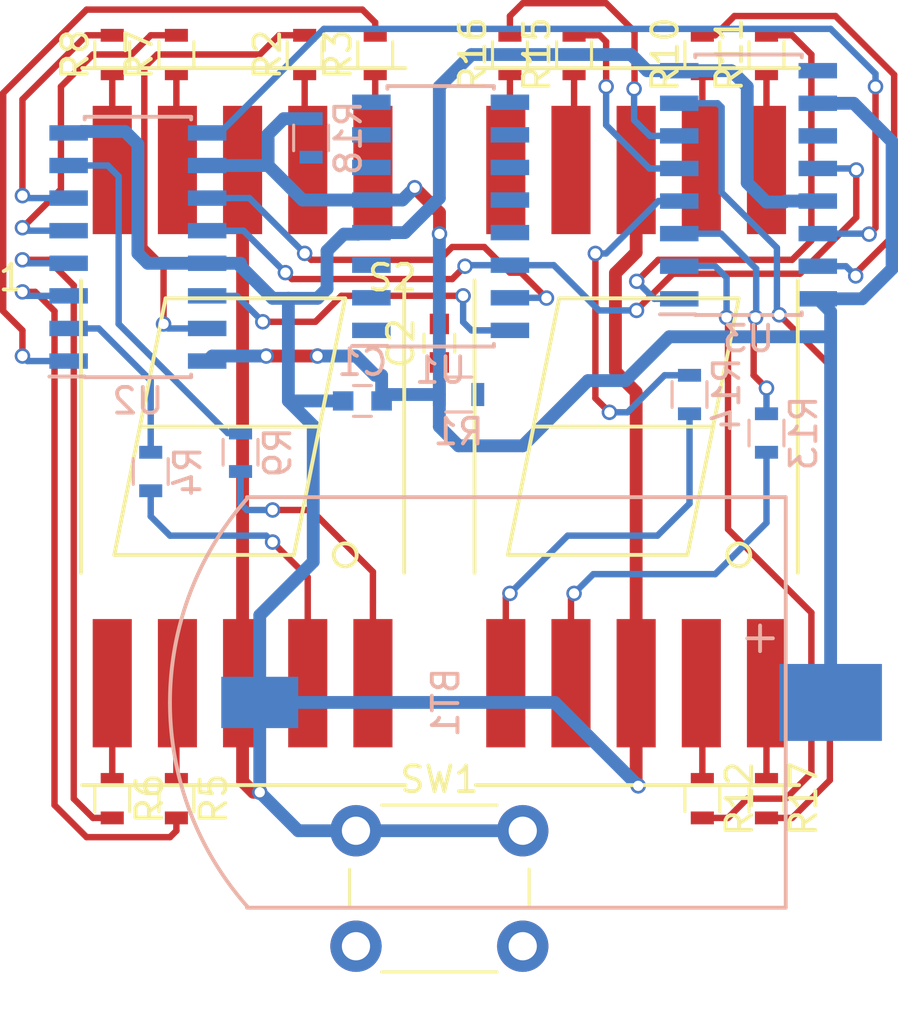
<source format=kicad_pcb>
(kicad_pcb (version 4) (host pcbnew 4.0.2-stable)

  (general
    (links 64)
    (no_connects 52)
    (area 158.102619 76.272619 192.995001 115.175)
    (thickness 1.6)
    (drawings 0)
    (tracks 347)
    (zones 0)
    (modules 27)
    (nets 41)
  )

  (page A4)
  (layers
    (0 F.Cu signal)
    (31 B.Cu signal)
    (32 B.Adhes user hide)
    (33 F.Adhes user hide)
    (34 B.Paste user)
    (35 F.Paste user)
    (36 B.SilkS user)
    (37 F.SilkS user hide)
    (38 B.Mask user)
    (39 F.Mask user hide)
    (40 Dwgs.User user)
    (41 Cmts.User user)
    (42 Eco1.User user)
    (43 Eco2.User user)
    (44 Edge.Cuts user)
    (45 Margin user)
    (46 B.CrtYd user)
    (47 F.CrtYd user)
    (48 B.Fab user)
    (49 F.Fab user)
  )

  (setup
    (last_trace_width 0.25)
    (user_trace_width 0.5)
    (trace_clearance 0.2)
    (zone_clearance 0.508)
    (zone_45_only no)
    (trace_min 0.2)
    (segment_width 0.2)
    (edge_width 0.15)
    (via_size 0.6)
    (via_drill 0.4)
    (via_min_size 0.4)
    (via_min_drill 0.3)
    (uvia_size 0.3)
    (uvia_drill 0.1)
    (uvias_allowed no)
    (uvia_min_size 0.2)
    (uvia_min_drill 0.1)
    (pcb_text_width 0.3)
    (pcb_text_size 1.5 1.5)
    (mod_edge_width 0.15)
    (mod_text_size 1 1)
    (mod_text_width 0.15)
    (pad_size 1.524 1.524)
    (pad_drill 0.762)
    (pad_to_mask_clearance 0.2)
    (aux_axis_origin 0 0)
    (visible_elements 7FFFFFFF)
    (pcbplotparams
      (layerselection 0x00030_80000001)
      (usegerberextensions false)
      (excludeedgelayer true)
      (linewidth 0.100000)
      (plotframeref false)
      (viasonmask false)
      (mode 1)
      (useauxorigin false)
      (hpglpennumber 1)
      (hpglpenspeed 20)
      (hpglpendiameter 15)
      (hpglpenoverlay 2)
      (psnegative false)
      (psa4output false)
      (plotreference true)
      (plotvalue true)
      (plotinvisibletext false)
      (padsonsilk false)
      (subtractmaskfromsilk false)
      (outputformat 1)
      (mirror false)
      (drillshape 1)
      (scaleselection 1)
      (outputdirectory ""))
  )

  (net 0 "")
  (net 1 "Net-(R2-Pad1)")
  (net 2 "Net-(R2-Pad2)")
  (net 3 "Net-(R3-Pad1)")
  (net 4 "Net-(R3-Pad2)")
  (net 5 "Net-(R4-Pad1)")
  (net 6 "Net-(R4-Pad2)")
  (net 7 "Net-(R5-Pad1)")
  (net 8 "Net-(R5-Pad2)")
  (net 9 "Net-(R6-Pad1)")
  (net 10 "Net-(R6-Pad2)")
  (net 11 "Net-(R7-Pad1)")
  (net 12 "Net-(R7-Pad2)")
  (net 13 "Net-(R8-Pad1)")
  (net 14 "Net-(R8-Pad2)")
  (net 15 "Net-(R9-Pad1)")
  (net 16 "Net-(R9-Pad2)")
  (net 17 "Net-(R10-Pad1)")
  (net 18 "Net-(R10-Pad2)")
  (net 19 "Net-(R11-Pad1)")
  (net 20 "Net-(R11-Pad2)")
  (net 21 "Net-(R12-Pad1)")
  (net 22 "Net-(R12-Pad2)")
  (net 23 "Net-(R13-Pad1)")
  (net 24 "Net-(R13-Pad2)")
  (net 25 "Net-(R14-Pad1)")
  (net 26 "Net-(R14-Pad2)")
  (net 27 "Net-(R15-Pad1)")
  (net 28 "Net-(R15-Pad2)")
  (net 29 "Net-(R16-Pad1)")
  (net 30 "Net-(R16-Pad2)")
  (net 31 "Net-(R17-Pad1)")
  (net 32 "Net-(R17-Pad2)")
  (net 33 GND)
  (net 34 "Net-(U1-Pad14)")
  (net 35 "Net-(U1-Pad15)")
  (net 36 "Net-(U1-Pad16)")
  (net 37 "Net-(U2-Pad9)")
  (net 38 VCC)
  (net 39 "Net-(C2-Pad2)")
  (net 40 "Net-(C2-Pad1)")

  (net_class Default "This is the default net class."
    (clearance 0.2)
    (trace_width 0.25)
    (via_dia 0.6)
    (via_drill 0.4)
    (uvia_dia 0.3)
    (uvia_drill 0.1)
    (add_net GND)
    (add_net "Net-(C2-Pad1)")
    (add_net "Net-(C2-Pad2)")
    (add_net "Net-(R10-Pad1)")
    (add_net "Net-(R10-Pad2)")
    (add_net "Net-(R11-Pad1)")
    (add_net "Net-(R11-Pad2)")
    (add_net "Net-(R12-Pad1)")
    (add_net "Net-(R12-Pad2)")
    (add_net "Net-(R13-Pad1)")
    (add_net "Net-(R13-Pad2)")
    (add_net "Net-(R14-Pad1)")
    (add_net "Net-(R14-Pad2)")
    (add_net "Net-(R15-Pad1)")
    (add_net "Net-(R15-Pad2)")
    (add_net "Net-(R16-Pad1)")
    (add_net "Net-(R16-Pad2)")
    (add_net "Net-(R17-Pad1)")
    (add_net "Net-(R17-Pad2)")
    (add_net "Net-(R2-Pad1)")
    (add_net "Net-(R2-Pad2)")
    (add_net "Net-(R3-Pad1)")
    (add_net "Net-(R3-Pad2)")
    (add_net "Net-(R4-Pad1)")
    (add_net "Net-(R4-Pad2)")
    (add_net "Net-(R5-Pad1)")
    (add_net "Net-(R5-Pad2)")
    (add_net "Net-(R6-Pad1)")
    (add_net "Net-(R6-Pad2)")
    (add_net "Net-(R7-Pad1)")
    (add_net "Net-(R7-Pad2)")
    (add_net "Net-(R8-Pad1)")
    (add_net "Net-(R8-Pad2)")
    (add_net "Net-(R9-Pad1)")
    (add_net "Net-(R9-Pad2)")
    (add_net "Net-(U1-Pad14)")
    (add_net "Net-(U1-Pad15)")
    (add_net "Net-(U1-Pad16)")
    (add_net "Net-(U2-Pad9)")
    (add_net VCC)
  )

  (module Capacitors_SMD:C_0603 (layer B.Cu) (tedit 59958EE7) (tstamp 5A5E110A)
    (at 173.5 91.5 180)
    (descr "Capacitor SMD 0603, reflow soldering, AVX (see smccp.pdf)")
    (tags "capacitor 0603")
    (path /5A4B039A)
    (attr smd)
    (fp_text reference C1 (at 0 1.5 180) (layer B.SilkS)
      (effects (font (size 1 1) (thickness 0.15)) (justify mirror))
    )
    (fp_text value C (at 0 -1.5 180) (layer B.Fab)
      (effects (font (size 1 1) (thickness 0.15)) (justify mirror))
    )
    (fp_line (start 1.4 -0.65) (end -1.4 -0.65) (layer B.CrtYd) (width 0.05))
    (fp_line (start 1.4 -0.65) (end 1.4 0.65) (layer B.CrtYd) (width 0.05))
    (fp_line (start -1.4 0.65) (end -1.4 -0.65) (layer B.CrtYd) (width 0.05))
    (fp_line (start -1.4 0.65) (end 1.4 0.65) (layer B.CrtYd) (width 0.05))
    (fp_line (start 0.35 -0.6) (end -0.35 -0.6) (layer B.SilkS) (width 0.12))
    (fp_line (start -0.35 0.6) (end 0.35 0.6) (layer B.SilkS) (width 0.12))
    (fp_line (start -0.8 0.4) (end 0.8 0.4) (layer B.Fab) (width 0.1))
    (fp_line (start 0.8 0.4) (end 0.8 -0.4) (layer B.Fab) (width 0.1))
    (fp_line (start 0.8 -0.4) (end -0.8 -0.4) (layer B.Fab) (width 0.1))
    (fp_line (start -0.8 -0.4) (end -0.8 0.4) (layer B.Fab) (width 0.1))
    (fp_text user %R (at 0 0 180) (layer B.Fab)
      (effects (font (size 0.3 0.3) (thickness 0.075)) (justify mirror))
    )
    (pad 2 smd rect (at 0.75 0 180) (size 0.8 0.75) (layers B.Cu B.Paste B.Mask)
      (net 33 GND))
    (pad 1 smd rect (at -0.75 0 180) (size 0.8 0.75) (layers B.Cu B.Paste B.Mask)
      (net 38 VCC))
    (model Capacitors_SMD.3dshapes/C_0603.wrl
      (at (xyz 0 0 0))
      (scale (xyz 1 1 1))
      (rotate (xyz 0 0 0))
    )
  )

  (module Capacitors_SMD:C_0603 (layer F.Cu) (tedit 59958EE7) (tstamp 5A5E1110)
    (at 176.5 89.25 90)
    (descr "Capacitor SMD 0603, reflow soldering, AVX (see smccp.pdf)")
    (tags "capacitor 0603")
    (path /5A4B51D1)
    (attr smd)
    (fp_text reference C2 (at 0 -1.5 90) (layer F.SilkS)
      (effects (font (size 1 1) (thickness 0.15)))
    )
    (fp_text value C (at 0 1.5 90) (layer F.Fab)
      (effects (font (size 1 1) (thickness 0.15)))
    )
    (fp_line (start 1.4 0.65) (end -1.4 0.65) (layer F.CrtYd) (width 0.05))
    (fp_line (start 1.4 0.65) (end 1.4 -0.65) (layer F.CrtYd) (width 0.05))
    (fp_line (start -1.4 -0.65) (end -1.4 0.65) (layer F.CrtYd) (width 0.05))
    (fp_line (start -1.4 -0.65) (end 1.4 -0.65) (layer F.CrtYd) (width 0.05))
    (fp_line (start 0.35 0.6) (end -0.35 0.6) (layer F.SilkS) (width 0.12))
    (fp_line (start -0.35 -0.6) (end 0.35 -0.6) (layer F.SilkS) (width 0.12))
    (fp_line (start -0.8 -0.4) (end 0.8 -0.4) (layer F.Fab) (width 0.1))
    (fp_line (start 0.8 -0.4) (end 0.8 0.4) (layer F.Fab) (width 0.1))
    (fp_line (start 0.8 0.4) (end -0.8 0.4) (layer F.Fab) (width 0.1))
    (fp_line (start -0.8 0.4) (end -0.8 -0.4) (layer F.Fab) (width 0.1))
    (fp_text user %R (at 0 0 90) (layer F.Fab)
      (effects (font (size 0.3 0.3) (thickness 0.075)))
    )
    (pad 2 smd rect (at 0.75 0 90) (size 0.8 0.75) (layers F.Cu F.Paste F.Mask)
      (net 39 "Net-(C2-Pad2)"))
    (pad 1 smd rect (at -0.75 0 90) (size 0.8 0.75) (layers F.Cu F.Paste F.Mask)
      (net 40 "Net-(C2-Pad1)"))
    (model Capacitors_SMD.3dshapes/C_0603.wrl
      (at (xyz 0 0 0))
      (scale (xyz 1 1 1))
      (rotate (xyz 0 0 0))
    )
  )

  (module Resistors_SMD:R_0603 (layer B.Cu) (tedit 58E0A804) (tstamp 5A5E1116)
    (at 177.25 91.25)
    (descr "Resistor SMD 0603, reflow soldering, Vishay (see dcrcw.pdf)")
    (tags "resistor 0603")
    (path /5A4AE3C6)
    (attr smd)
    (fp_text reference R1 (at 0 1.45) (layer B.SilkS)
      (effects (font (size 1 1) (thickness 0.15)) (justify mirror))
    )
    (fp_text value R (at 0 -1.5) (layer B.Fab)
      (effects (font (size 1 1) (thickness 0.15)) (justify mirror))
    )
    (fp_text user %R (at 0 0) (layer B.Fab)
      (effects (font (size 0.4 0.4) (thickness 0.075)) (justify mirror))
    )
    (fp_line (start -0.8 -0.4) (end -0.8 0.4) (layer B.Fab) (width 0.1))
    (fp_line (start 0.8 -0.4) (end -0.8 -0.4) (layer B.Fab) (width 0.1))
    (fp_line (start 0.8 0.4) (end 0.8 -0.4) (layer B.Fab) (width 0.1))
    (fp_line (start -0.8 0.4) (end 0.8 0.4) (layer B.Fab) (width 0.1))
    (fp_line (start 0.5 -0.68) (end -0.5 -0.68) (layer B.SilkS) (width 0.12))
    (fp_line (start -0.5 0.68) (end 0.5 0.68) (layer B.SilkS) (width 0.12))
    (fp_line (start -1.25 0.7) (end 1.25 0.7) (layer B.CrtYd) (width 0.05))
    (fp_line (start -1.25 0.7) (end -1.25 -0.7) (layer B.CrtYd) (width 0.05))
    (fp_line (start 1.25 -0.7) (end 1.25 0.7) (layer B.CrtYd) (width 0.05))
    (fp_line (start 1.25 -0.7) (end -1.25 -0.7) (layer B.CrtYd) (width 0.05))
    (pad 1 smd rect (at -0.75 0) (size 0.5 0.9) (layers B.Cu B.Paste B.Mask)
      (net 38 VCC))
    (pad 2 smd rect (at 0.75 0) (size 0.5 0.9) (layers B.Cu B.Paste B.Mask)
      (net 40 "Net-(C2-Pad1)"))
    (model ${KISYS3DMOD}/Resistors_SMD.3dshapes/R_0603.wrl
      (at (xyz 0 0 0))
      (scale (xyz 1 1 1))
      (rotate (xyz 0 0 0))
    )
  )

  (module Resistors_SMD:R_0603 (layer F.Cu) (tedit 58E0A804) (tstamp 5A5E111C)
    (at 171.25 78 90)
    (descr "Resistor SMD 0603, reflow soldering, Vishay (see dcrcw.pdf)")
    (tags "resistor 0603")
    (path /5A4A9859)
    (attr smd)
    (fp_text reference R2 (at 0 -1.45 90) (layer F.SilkS)
      (effects (font (size 1 1) (thickness 0.15)))
    )
    (fp_text value R (at 0 1.5 90) (layer F.Fab)
      (effects (font (size 1 1) (thickness 0.15)))
    )
    (fp_text user %R (at 0 0 90) (layer F.Fab)
      (effects (font (size 0.4 0.4) (thickness 0.075)))
    )
    (fp_line (start -0.8 0.4) (end -0.8 -0.4) (layer F.Fab) (width 0.1))
    (fp_line (start 0.8 0.4) (end -0.8 0.4) (layer F.Fab) (width 0.1))
    (fp_line (start 0.8 -0.4) (end 0.8 0.4) (layer F.Fab) (width 0.1))
    (fp_line (start -0.8 -0.4) (end 0.8 -0.4) (layer F.Fab) (width 0.1))
    (fp_line (start 0.5 0.68) (end -0.5 0.68) (layer F.SilkS) (width 0.12))
    (fp_line (start -0.5 -0.68) (end 0.5 -0.68) (layer F.SilkS) (width 0.12))
    (fp_line (start -1.25 -0.7) (end 1.25 -0.7) (layer F.CrtYd) (width 0.05))
    (fp_line (start -1.25 -0.7) (end -1.25 0.7) (layer F.CrtYd) (width 0.05))
    (fp_line (start 1.25 0.7) (end 1.25 -0.7) (layer F.CrtYd) (width 0.05))
    (fp_line (start 1.25 0.7) (end -1.25 0.7) (layer F.CrtYd) (width 0.05))
    (pad 1 smd rect (at -0.75 0 90) (size 0.5 0.9) (layers F.Cu F.Paste F.Mask)
      (net 1 "Net-(R2-Pad1)"))
    (pad 2 smd rect (at 0.75 0 90) (size 0.5 0.9) (layers F.Cu F.Paste F.Mask)
      (net 2 "Net-(R2-Pad2)"))
    (model ${KISYS3DMOD}/Resistors_SMD.3dshapes/R_0603.wrl
      (at (xyz 0 0 0))
      (scale (xyz 1 1 1))
      (rotate (xyz 0 0 0))
    )
  )

  (module Resistors_SMD:R_0603 (layer F.Cu) (tedit 58E0A804) (tstamp 5A5E1122)
    (at 174 78 90)
    (descr "Resistor SMD 0603, reflow soldering, Vishay (see dcrcw.pdf)")
    (tags "resistor 0603")
    (path /5A4A98FC)
    (attr smd)
    (fp_text reference R3 (at 0 -1.45 90) (layer F.SilkS)
      (effects (font (size 1 1) (thickness 0.15)))
    )
    (fp_text value R (at 0 1.5 90) (layer F.Fab)
      (effects (font (size 1 1) (thickness 0.15)))
    )
    (fp_text user %R (at 0 0 90) (layer F.Fab)
      (effects (font (size 0.4 0.4) (thickness 0.075)))
    )
    (fp_line (start -0.8 0.4) (end -0.8 -0.4) (layer F.Fab) (width 0.1))
    (fp_line (start 0.8 0.4) (end -0.8 0.4) (layer F.Fab) (width 0.1))
    (fp_line (start 0.8 -0.4) (end 0.8 0.4) (layer F.Fab) (width 0.1))
    (fp_line (start -0.8 -0.4) (end 0.8 -0.4) (layer F.Fab) (width 0.1))
    (fp_line (start 0.5 0.68) (end -0.5 0.68) (layer F.SilkS) (width 0.12))
    (fp_line (start -0.5 -0.68) (end 0.5 -0.68) (layer F.SilkS) (width 0.12))
    (fp_line (start -1.25 -0.7) (end 1.25 -0.7) (layer F.CrtYd) (width 0.05))
    (fp_line (start -1.25 -0.7) (end -1.25 0.7) (layer F.CrtYd) (width 0.05))
    (fp_line (start 1.25 0.7) (end 1.25 -0.7) (layer F.CrtYd) (width 0.05))
    (fp_line (start 1.25 0.7) (end -1.25 0.7) (layer F.CrtYd) (width 0.05))
    (pad 1 smd rect (at -0.75 0 90) (size 0.5 0.9) (layers F.Cu F.Paste F.Mask)
      (net 3 "Net-(R3-Pad1)"))
    (pad 2 smd rect (at 0.75 0 90) (size 0.5 0.9) (layers F.Cu F.Paste F.Mask)
      (net 4 "Net-(R3-Pad2)"))
    (model ${KISYS3DMOD}/Resistors_SMD.3dshapes/R_0603.wrl
      (at (xyz 0 0 0))
      (scale (xyz 1 1 1))
      (rotate (xyz 0 0 0))
    )
  )

  (module Resistors_SMD:R_0603 (layer B.Cu) (tedit 58E0A804) (tstamp 5A5E1128)
    (at 165.25 94.25 90)
    (descr "Resistor SMD 0603, reflow soldering, Vishay (see dcrcw.pdf)")
    (tags "resistor 0603")
    (path /5A4A9921)
    (attr smd)
    (fp_text reference R4 (at 0 1.45 90) (layer B.SilkS)
      (effects (font (size 1 1) (thickness 0.15)) (justify mirror))
    )
    (fp_text value R (at 0 -1.5 90) (layer B.Fab)
      (effects (font (size 1 1) (thickness 0.15)) (justify mirror))
    )
    (fp_text user %R (at 0 0 90) (layer B.Fab)
      (effects (font (size 0.4 0.4) (thickness 0.075)) (justify mirror))
    )
    (fp_line (start -0.8 -0.4) (end -0.8 0.4) (layer B.Fab) (width 0.1))
    (fp_line (start 0.8 -0.4) (end -0.8 -0.4) (layer B.Fab) (width 0.1))
    (fp_line (start 0.8 0.4) (end 0.8 -0.4) (layer B.Fab) (width 0.1))
    (fp_line (start -0.8 0.4) (end 0.8 0.4) (layer B.Fab) (width 0.1))
    (fp_line (start 0.5 -0.68) (end -0.5 -0.68) (layer B.SilkS) (width 0.12))
    (fp_line (start -0.5 0.68) (end 0.5 0.68) (layer B.SilkS) (width 0.12))
    (fp_line (start -1.25 0.7) (end 1.25 0.7) (layer B.CrtYd) (width 0.05))
    (fp_line (start -1.25 0.7) (end -1.25 -0.7) (layer B.CrtYd) (width 0.05))
    (fp_line (start 1.25 -0.7) (end 1.25 0.7) (layer B.CrtYd) (width 0.05))
    (fp_line (start 1.25 -0.7) (end -1.25 -0.7) (layer B.CrtYd) (width 0.05))
    (pad 1 smd rect (at -0.75 0 90) (size 0.5 0.9) (layers B.Cu B.Paste B.Mask)
      (net 5 "Net-(R4-Pad1)"))
    (pad 2 smd rect (at 0.75 0 90) (size 0.5 0.9) (layers B.Cu B.Paste B.Mask)
      (net 6 "Net-(R4-Pad2)"))
    (model ${KISYS3DMOD}/Resistors_SMD.3dshapes/R_0603.wrl
      (at (xyz 0 0 0))
      (scale (xyz 1 1 1))
      (rotate (xyz 0 0 0))
    )
  )

  (module Resistors_SMD:R_0603 (layer F.Cu) (tedit 58E0A804) (tstamp 5A5E112E)
    (at 166.25 107 270)
    (descr "Resistor SMD 0603, reflow soldering, Vishay (see dcrcw.pdf)")
    (tags "resistor 0603")
    (path /5A4A9949)
    (attr smd)
    (fp_text reference R5 (at 0 -1.45 270) (layer F.SilkS)
      (effects (font (size 1 1) (thickness 0.15)))
    )
    (fp_text value R (at 0 1.5 270) (layer F.Fab)
      (effects (font (size 1 1) (thickness 0.15)))
    )
    (fp_text user %R (at 0 0 270) (layer F.Fab)
      (effects (font (size 0.4 0.4) (thickness 0.075)))
    )
    (fp_line (start -0.8 0.4) (end -0.8 -0.4) (layer F.Fab) (width 0.1))
    (fp_line (start 0.8 0.4) (end -0.8 0.4) (layer F.Fab) (width 0.1))
    (fp_line (start 0.8 -0.4) (end 0.8 0.4) (layer F.Fab) (width 0.1))
    (fp_line (start -0.8 -0.4) (end 0.8 -0.4) (layer F.Fab) (width 0.1))
    (fp_line (start 0.5 0.68) (end -0.5 0.68) (layer F.SilkS) (width 0.12))
    (fp_line (start -0.5 -0.68) (end 0.5 -0.68) (layer F.SilkS) (width 0.12))
    (fp_line (start -1.25 -0.7) (end 1.25 -0.7) (layer F.CrtYd) (width 0.05))
    (fp_line (start -1.25 -0.7) (end -1.25 0.7) (layer F.CrtYd) (width 0.05))
    (fp_line (start 1.25 0.7) (end 1.25 -0.7) (layer F.CrtYd) (width 0.05))
    (fp_line (start 1.25 0.7) (end -1.25 0.7) (layer F.CrtYd) (width 0.05))
    (pad 1 smd rect (at -0.75 0 270) (size 0.5 0.9) (layers F.Cu F.Paste F.Mask)
      (net 7 "Net-(R5-Pad1)"))
    (pad 2 smd rect (at 0.75 0 270) (size 0.5 0.9) (layers F.Cu F.Paste F.Mask)
      (net 8 "Net-(R5-Pad2)"))
    (model ${KISYS3DMOD}/Resistors_SMD.3dshapes/R_0603.wrl
      (at (xyz 0 0 0))
      (scale (xyz 1 1 1))
      (rotate (xyz 0 0 0))
    )
  )

  (module Resistors_SMD:R_0603 (layer F.Cu) (tedit 58E0A804) (tstamp 5A5E1134)
    (at 163.75 107 270)
    (descr "Resistor SMD 0603, reflow soldering, Vishay (see dcrcw.pdf)")
    (tags "resistor 0603")
    (path /5A4A9974)
    (attr smd)
    (fp_text reference R6 (at 0 -1.45 270) (layer F.SilkS)
      (effects (font (size 1 1) (thickness 0.15)))
    )
    (fp_text value R (at 0 1.5 270) (layer F.Fab)
      (effects (font (size 1 1) (thickness 0.15)))
    )
    (fp_text user %R (at 0 0 270) (layer F.Fab)
      (effects (font (size 0.4 0.4) (thickness 0.075)))
    )
    (fp_line (start -0.8 0.4) (end -0.8 -0.4) (layer F.Fab) (width 0.1))
    (fp_line (start 0.8 0.4) (end -0.8 0.4) (layer F.Fab) (width 0.1))
    (fp_line (start 0.8 -0.4) (end 0.8 0.4) (layer F.Fab) (width 0.1))
    (fp_line (start -0.8 -0.4) (end 0.8 -0.4) (layer F.Fab) (width 0.1))
    (fp_line (start 0.5 0.68) (end -0.5 0.68) (layer F.SilkS) (width 0.12))
    (fp_line (start -0.5 -0.68) (end 0.5 -0.68) (layer F.SilkS) (width 0.12))
    (fp_line (start -1.25 -0.7) (end 1.25 -0.7) (layer F.CrtYd) (width 0.05))
    (fp_line (start -1.25 -0.7) (end -1.25 0.7) (layer F.CrtYd) (width 0.05))
    (fp_line (start 1.25 0.7) (end 1.25 -0.7) (layer F.CrtYd) (width 0.05))
    (fp_line (start 1.25 0.7) (end -1.25 0.7) (layer F.CrtYd) (width 0.05))
    (pad 1 smd rect (at -0.75 0 270) (size 0.5 0.9) (layers F.Cu F.Paste F.Mask)
      (net 9 "Net-(R6-Pad1)"))
    (pad 2 smd rect (at 0.75 0 270) (size 0.5 0.9) (layers F.Cu F.Paste F.Mask)
      (net 10 "Net-(R6-Pad2)"))
    (model ${KISYS3DMOD}/Resistors_SMD.3dshapes/R_0603.wrl
      (at (xyz 0 0 0))
      (scale (xyz 1 1 1))
      (rotate (xyz 0 0 0))
    )
  )

  (module Resistors_SMD:R_0603 (layer F.Cu) (tedit 58E0A804) (tstamp 5A5E113A)
    (at 166.25 78 90)
    (descr "Resistor SMD 0603, reflow soldering, Vishay (see dcrcw.pdf)")
    (tags "resistor 0603")
    (path /5A4A99A2)
    (attr smd)
    (fp_text reference R7 (at 0 -1.45 90) (layer F.SilkS)
      (effects (font (size 1 1) (thickness 0.15)))
    )
    (fp_text value R (at 0 1.5 90) (layer F.Fab)
      (effects (font (size 1 1) (thickness 0.15)))
    )
    (fp_text user %R (at 0 0 90) (layer F.Fab)
      (effects (font (size 0.4 0.4) (thickness 0.075)))
    )
    (fp_line (start -0.8 0.4) (end -0.8 -0.4) (layer F.Fab) (width 0.1))
    (fp_line (start 0.8 0.4) (end -0.8 0.4) (layer F.Fab) (width 0.1))
    (fp_line (start 0.8 -0.4) (end 0.8 0.4) (layer F.Fab) (width 0.1))
    (fp_line (start -0.8 -0.4) (end 0.8 -0.4) (layer F.Fab) (width 0.1))
    (fp_line (start 0.5 0.68) (end -0.5 0.68) (layer F.SilkS) (width 0.12))
    (fp_line (start -0.5 -0.68) (end 0.5 -0.68) (layer F.SilkS) (width 0.12))
    (fp_line (start -1.25 -0.7) (end 1.25 -0.7) (layer F.CrtYd) (width 0.05))
    (fp_line (start -1.25 -0.7) (end -1.25 0.7) (layer F.CrtYd) (width 0.05))
    (fp_line (start 1.25 0.7) (end 1.25 -0.7) (layer F.CrtYd) (width 0.05))
    (fp_line (start 1.25 0.7) (end -1.25 0.7) (layer F.CrtYd) (width 0.05))
    (pad 1 smd rect (at -0.75 0 90) (size 0.5 0.9) (layers F.Cu F.Paste F.Mask)
      (net 11 "Net-(R7-Pad1)"))
    (pad 2 smd rect (at 0.75 0 90) (size 0.5 0.9) (layers F.Cu F.Paste F.Mask)
      (net 12 "Net-(R7-Pad2)"))
    (model ${KISYS3DMOD}/Resistors_SMD.3dshapes/R_0603.wrl
      (at (xyz 0 0 0))
      (scale (xyz 1 1 1))
      (rotate (xyz 0 0 0))
    )
  )

  (module Resistors_SMD:R_0603 (layer F.Cu) (tedit 58E0A804) (tstamp 5A5E1140)
    (at 163.75 78 90)
    (descr "Resistor SMD 0603, reflow soldering, Vishay (see dcrcw.pdf)")
    (tags "resistor 0603")
    (path /5A4A99D3)
    (attr smd)
    (fp_text reference R8 (at 0 -1.45 90) (layer F.SilkS)
      (effects (font (size 1 1) (thickness 0.15)))
    )
    (fp_text value R (at 0 1.5 90) (layer F.Fab)
      (effects (font (size 1 1) (thickness 0.15)))
    )
    (fp_text user %R (at 0 0 90) (layer F.Fab)
      (effects (font (size 0.4 0.4) (thickness 0.075)))
    )
    (fp_line (start -0.8 0.4) (end -0.8 -0.4) (layer F.Fab) (width 0.1))
    (fp_line (start 0.8 0.4) (end -0.8 0.4) (layer F.Fab) (width 0.1))
    (fp_line (start 0.8 -0.4) (end 0.8 0.4) (layer F.Fab) (width 0.1))
    (fp_line (start -0.8 -0.4) (end 0.8 -0.4) (layer F.Fab) (width 0.1))
    (fp_line (start 0.5 0.68) (end -0.5 0.68) (layer F.SilkS) (width 0.12))
    (fp_line (start -0.5 -0.68) (end 0.5 -0.68) (layer F.SilkS) (width 0.12))
    (fp_line (start -1.25 -0.7) (end 1.25 -0.7) (layer F.CrtYd) (width 0.05))
    (fp_line (start -1.25 -0.7) (end -1.25 0.7) (layer F.CrtYd) (width 0.05))
    (fp_line (start 1.25 0.7) (end 1.25 -0.7) (layer F.CrtYd) (width 0.05))
    (fp_line (start 1.25 0.7) (end -1.25 0.7) (layer F.CrtYd) (width 0.05))
    (pad 1 smd rect (at -0.75 0 90) (size 0.5 0.9) (layers F.Cu F.Paste F.Mask)
      (net 13 "Net-(R8-Pad1)"))
    (pad 2 smd rect (at 0.75 0 90) (size 0.5 0.9) (layers F.Cu F.Paste F.Mask)
      (net 14 "Net-(R8-Pad2)"))
    (model ${KISYS3DMOD}/Resistors_SMD.3dshapes/R_0603.wrl
      (at (xyz 0 0 0))
      (scale (xyz 1 1 1))
      (rotate (xyz 0 0 0))
    )
  )

  (module Resistors_SMD:R_0603 (layer B.Cu) (tedit 58E0A804) (tstamp 5A5E1146)
    (at 168.75 93.5 90)
    (descr "Resistor SMD 0603, reflow soldering, Vishay (see dcrcw.pdf)")
    (tags "resistor 0603")
    (path /5A4A9B33)
    (attr smd)
    (fp_text reference R9 (at 0 1.45 90) (layer B.SilkS)
      (effects (font (size 1 1) (thickness 0.15)) (justify mirror))
    )
    (fp_text value R (at 0 -1.5 90) (layer B.Fab)
      (effects (font (size 1 1) (thickness 0.15)) (justify mirror))
    )
    (fp_text user %R (at 0 0 90) (layer B.Fab)
      (effects (font (size 0.4 0.4) (thickness 0.075)) (justify mirror))
    )
    (fp_line (start -0.8 -0.4) (end -0.8 0.4) (layer B.Fab) (width 0.1))
    (fp_line (start 0.8 -0.4) (end -0.8 -0.4) (layer B.Fab) (width 0.1))
    (fp_line (start 0.8 0.4) (end 0.8 -0.4) (layer B.Fab) (width 0.1))
    (fp_line (start -0.8 0.4) (end 0.8 0.4) (layer B.Fab) (width 0.1))
    (fp_line (start 0.5 -0.68) (end -0.5 -0.68) (layer B.SilkS) (width 0.12))
    (fp_line (start -0.5 0.68) (end 0.5 0.68) (layer B.SilkS) (width 0.12))
    (fp_line (start -1.25 0.7) (end 1.25 0.7) (layer B.CrtYd) (width 0.05))
    (fp_line (start -1.25 0.7) (end -1.25 -0.7) (layer B.CrtYd) (width 0.05))
    (fp_line (start 1.25 -0.7) (end 1.25 0.7) (layer B.CrtYd) (width 0.05))
    (fp_line (start 1.25 -0.7) (end -1.25 -0.7) (layer B.CrtYd) (width 0.05))
    (pad 1 smd rect (at -0.75 0 90) (size 0.5 0.9) (layers B.Cu B.Paste B.Mask)
      (net 15 "Net-(R9-Pad1)"))
    (pad 2 smd rect (at 0.75 0 90) (size 0.5 0.9) (layers B.Cu B.Paste B.Mask)
      (net 16 "Net-(R9-Pad2)"))
    (model ${KISYS3DMOD}/Resistors_SMD.3dshapes/R_0603.wrl
      (at (xyz 0 0 0))
      (scale (xyz 1 1 1))
      (rotate (xyz 0 0 0))
    )
  )

  (module Resistors_SMD:R_0603 (layer F.Cu) (tedit 58E0A804) (tstamp 5A5E114C)
    (at 186.75 78 90)
    (descr "Resistor SMD 0603, reflow soldering, Vishay (see dcrcw.pdf)")
    (tags "resistor 0603")
    (path /5A4AA76C)
    (attr smd)
    (fp_text reference R10 (at 0 -1.45 90) (layer F.SilkS)
      (effects (font (size 1 1) (thickness 0.15)))
    )
    (fp_text value R (at 0 1.5 90) (layer F.Fab)
      (effects (font (size 1 1) (thickness 0.15)))
    )
    (fp_text user %R (at 0 0 90) (layer F.Fab)
      (effects (font (size 0.4 0.4) (thickness 0.075)))
    )
    (fp_line (start -0.8 0.4) (end -0.8 -0.4) (layer F.Fab) (width 0.1))
    (fp_line (start 0.8 0.4) (end -0.8 0.4) (layer F.Fab) (width 0.1))
    (fp_line (start 0.8 -0.4) (end 0.8 0.4) (layer F.Fab) (width 0.1))
    (fp_line (start -0.8 -0.4) (end 0.8 -0.4) (layer F.Fab) (width 0.1))
    (fp_line (start 0.5 0.68) (end -0.5 0.68) (layer F.SilkS) (width 0.12))
    (fp_line (start -0.5 -0.68) (end 0.5 -0.68) (layer F.SilkS) (width 0.12))
    (fp_line (start -1.25 -0.7) (end 1.25 -0.7) (layer F.CrtYd) (width 0.05))
    (fp_line (start -1.25 -0.7) (end -1.25 0.7) (layer F.CrtYd) (width 0.05))
    (fp_line (start 1.25 0.7) (end 1.25 -0.7) (layer F.CrtYd) (width 0.05))
    (fp_line (start 1.25 0.7) (end -1.25 0.7) (layer F.CrtYd) (width 0.05))
    (pad 1 smd rect (at -0.75 0 90) (size 0.5 0.9) (layers F.Cu F.Paste F.Mask)
      (net 17 "Net-(R10-Pad1)"))
    (pad 2 smd rect (at 0.75 0 90) (size 0.5 0.9) (layers F.Cu F.Paste F.Mask)
      (net 18 "Net-(R10-Pad2)"))
    (model ${KISYS3DMOD}/Resistors_SMD.3dshapes/R_0603.wrl
      (at (xyz 0 0 0))
      (scale (xyz 1 1 1))
      (rotate (xyz 0 0 0))
    )
  )

  (module Resistors_SMD:R_0603 (layer F.Cu) (tedit 58E0A804) (tstamp 5A5E1152)
    (at 189.25 78 90)
    (descr "Resistor SMD 0603, reflow soldering, Vishay (see dcrcw.pdf)")
    (tags "resistor 0603")
    (path /5A4AA772)
    (attr smd)
    (fp_text reference R11 (at 0 -1.45 90) (layer F.SilkS)
      (effects (font (size 1 1) (thickness 0.15)))
    )
    (fp_text value R (at 0 1.5 90) (layer F.Fab)
      (effects (font (size 1 1) (thickness 0.15)))
    )
    (fp_text user %R (at 0 0 90) (layer F.Fab)
      (effects (font (size 0.4 0.4) (thickness 0.075)))
    )
    (fp_line (start -0.8 0.4) (end -0.8 -0.4) (layer F.Fab) (width 0.1))
    (fp_line (start 0.8 0.4) (end -0.8 0.4) (layer F.Fab) (width 0.1))
    (fp_line (start 0.8 -0.4) (end 0.8 0.4) (layer F.Fab) (width 0.1))
    (fp_line (start -0.8 -0.4) (end 0.8 -0.4) (layer F.Fab) (width 0.1))
    (fp_line (start 0.5 0.68) (end -0.5 0.68) (layer F.SilkS) (width 0.12))
    (fp_line (start -0.5 -0.68) (end 0.5 -0.68) (layer F.SilkS) (width 0.12))
    (fp_line (start -1.25 -0.7) (end 1.25 -0.7) (layer F.CrtYd) (width 0.05))
    (fp_line (start -1.25 -0.7) (end -1.25 0.7) (layer F.CrtYd) (width 0.05))
    (fp_line (start 1.25 0.7) (end 1.25 -0.7) (layer F.CrtYd) (width 0.05))
    (fp_line (start 1.25 0.7) (end -1.25 0.7) (layer F.CrtYd) (width 0.05))
    (pad 1 smd rect (at -0.75 0 90) (size 0.5 0.9) (layers F.Cu F.Paste F.Mask)
      (net 19 "Net-(R11-Pad1)"))
    (pad 2 smd rect (at 0.75 0 90) (size 0.5 0.9) (layers F.Cu F.Paste F.Mask)
      (net 20 "Net-(R11-Pad2)"))
    (model ${KISYS3DMOD}/Resistors_SMD.3dshapes/R_0603.wrl
      (at (xyz 0 0 0))
      (scale (xyz 1 1 1))
      (rotate (xyz 0 0 0))
    )
  )

  (module Resistors_SMD:R_0603 (layer F.Cu) (tedit 58E0A804) (tstamp 5A5E1158)
    (at 186.75 107 270)
    (descr "Resistor SMD 0603, reflow soldering, Vishay (see dcrcw.pdf)")
    (tags "resistor 0603")
    (path /5A4AA778)
    (attr smd)
    (fp_text reference R12 (at 0 -1.45 270) (layer F.SilkS)
      (effects (font (size 1 1) (thickness 0.15)))
    )
    (fp_text value R (at 0 1.5 270) (layer F.Fab)
      (effects (font (size 1 1) (thickness 0.15)))
    )
    (fp_text user %R (at 0 0 270) (layer F.Fab)
      (effects (font (size 0.4 0.4) (thickness 0.075)))
    )
    (fp_line (start -0.8 0.4) (end -0.8 -0.4) (layer F.Fab) (width 0.1))
    (fp_line (start 0.8 0.4) (end -0.8 0.4) (layer F.Fab) (width 0.1))
    (fp_line (start 0.8 -0.4) (end 0.8 0.4) (layer F.Fab) (width 0.1))
    (fp_line (start -0.8 -0.4) (end 0.8 -0.4) (layer F.Fab) (width 0.1))
    (fp_line (start 0.5 0.68) (end -0.5 0.68) (layer F.SilkS) (width 0.12))
    (fp_line (start -0.5 -0.68) (end 0.5 -0.68) (layer F.SilkS) (width 0.12))
    (fp_line (start -1.25 -0.7) (end 1.25 -0.7) (layer F.CrtYd) (width 0.05))
    (fp_line (start -1.25 -0.7) (end -1.25 0.7) (layer F.CrtYd) (width 0.05))
    (fp_line (start 1.25 0.7) (end 1.25 -0.7) (layer F.CrtYd) (width 0.05))
    (fp_line (start 1.25 0.7) (end -1.25 0.7) (layer F.CrtYd) (width 0.05))
    (pad 1 smd rect (at -0.75 0 270) (size 0.5 0.9) (layers F.Cu F.Paste F.Mask)
      (net 21 "Net-(R12-Pad1)"))
    (pad 2 smd rect (at 0.75 0 270) (size 0.5 0.9) (layers F.Cu F.Paste F.Mask)
      (net 22 "Net-(R12-Pad2)"))
    (model ${KISYS3DMOD}/Resistors_SMD.3dshapes/R_0603.wrl
      (at (xyz 0 0 0))
      (scale (xyz 1 1 1))
      (rotate (xyz 0 0 0))
    )
  )

  (module Resistors_SMD:R_0603 (layer B.Cu) (tedit 58E0A804) (tstamp 5A5E115E)
    (at 189.25 92.75 90)
    (descr "Resistor SMD 0603, reflow soldering, Vishay (see dcrcw.pdf)")
    (tags "resistor 0603")
    (path /5A4AA77E)
    (attr smd)
    (fp_text reference R13 (at 0 1.45 90) (layer B.SilkS)
      (effects (font (size 1 1) (thickness 0.15)) (justify mirror))
    )
    (fp_text value R (at 0 -1.5 90) (layer B.Fab)
      (effects (font (size 1 1) (thickness 0.15)) (justify mirror))
    )
    (fp_text user %R (at 0 0 90) (layer B.Fab)
      (effects (font (size 0.4 0.4) (thickness 0.075)) (justify mirror))
    )
    (fp_line (start -0.8 -0.4) (end -0.8 0.4) (layer B.Fab) (width 0.1))
    (fp_line (start 0.8 -0.4) (end -0.8 -0.4) (layer B.Fab) (width 0.1))
    (fp_line (start 0.8 0.4) (end 0.8 -0.4) (layer B.Fab) (width 0.1))
    (fp_line (start -0.8 0.4) (end 0.8 0.4) (layer B.Fab) (width 0.1))
    (fp_line (start 0.5 -0.68) (end -0.5 -0.68) (layer B.SilkS) (width 0.12))
    (fp_line (start -0.5 0.68) (end 0.5 0.68) (layer B.SilkS) (width 0.12))
    (fp_line (start -1.25 0.7) (end 1.25 0.7) (layer B.CrtYd) (width 0.05))
    (fp_line (start -1.25 0.7) (end -1.25 -0.7) (layer B.CrtYd) (width 0.05))
    (fp_line (start 1.25 -0.7) (end 1.25 0.7) (layer B.CrtYd) (width 0.05))
    (fp_line (start 1.25 -0.7) (end -1.25 -0.7) (layer B.CrtYd) (width 0.05))
    (pad 1 smd rect (at -0.75 0 90) (size 0.5 0.9) (layers B.Cu B.Paste B.Mask)
      (net 23 "Net-(R13-Pad1)"))
    (pad 2 smd rect (at 0.75 0 90) (size 0.5 0.9) (layers B.Cu B.Paste B.Mask)
      (net 24 "Net-(R13-Pad2)"))
    (model ${KISYS3DMOD}/Resistors_SMD.3dshapes/R_0603.wrl
      (at (xyz 0 0 0))
      (scale (xyz 1 1 1))
      (rotate (xyz 0 0 0))
    )
  )

  (module Resistors_SMD:R_0603 (layer B.Cu) (tedit 58E0A804) (tstamp 5A5E1164)
    (at 186.25 91.25 90)
    (descr "Resistor SMD 0603, reflow soldering, Vishay (see dcrcw.pdf)")
    (tags "resistor 0603")
    (path /5A4AA784)
    (attr smd)
    (fp_text reference R14 (at 0 1.45 90) (layer B.SilkS)
      (effects (font (size 1 1) (thickness 0.15)) (justify mirror))
    )
    (fp_text value R (at 0 -1.5 90) (layer B.Fab)
      (effects (font (size 1 1) (thickness 0.15)) (justify mirror))
    )
    (fp_text user %R (at 0 0 90) (layer B.Fab)
      (effects (font (size 0.4 0.4) (thickness 0.075)) (justify mirror))
    )
    (fp_line (start -0.8 -0.4) (end -0.8 0.4) (layer B.Fab) (width 0.1))
    (fp_line (start 0.8 -0.4) (end -0.8 -0.4) (layer B.Fab) (width 0.1))
    (fp_line (start 0.8 0.4) (end 0.8 -0.4) (layer B.Fab) (width 0.1))
    (fp_line (start -0.8 0.4) (end 0.8 0.4) (layer B.Fab) (width 0.1))
    (fp_line (start 0.5 -0.68) (end -0.5 -0.68) (layer B.SilkS) (width 0.12))
    (fp_line (start -0.5 0.68) (end 0.5 0.68) (layer B.SilkS) (width 0.12))
    (fp_line (start -1.25 0.7) (end 1.25 0.7) (layer B.CrtYd) (width 0.05))
    (fp_line (start -1.25 0.7) (end -1.25 -0.7) (layer B.CrtYd) (width 0.05))
    (fp_line (start 1.25 -0.7) (end 1.25 0.7) (layer B.CrtYd) (width 0.05))
    (fp_line (start 1.25 -0.7) (end -1.25 -0.7) (layer B.CrtYd) (width 0.05))
    (pad 1 smd rect (at -0.75 0 90) (size 0.5 0.9) (layers B.Cu B.Paste B.Mask)
      (net 25 "Net-(R14-Pad1)"))
    (pad 2 smd rect (at 0.75 0 90) (size 0.5 0.9) (layers B.Cu B.Paste B.Mask)
      (net 26 "Net-(R14-Pad2)"))
    (model ${KISYS3DMOD}/Resistors_SMD.3dshapes/R_0603.wrl
      (at (xyz 0 0 0))
      (scale (xyz 1 1 1))
      (rotate (xyz 0 0 0))
    )
  )

  (module Resistors_SMD:R_0603 (layer F.Cu) (tedit 58E0A804) (tstamp 5A5E116A)
    (at 181.75 78 90)
    (descr "Resistor SMD 0603, reflow soldering, Vishay (see dcrcw.pdf)")
    (tags "resistor 0603")
    (path /5A4AA78A)
    (attr smd)
    (fp_text reference R15 (at 0 -1.45 90) (layer F.SilkS)
      (effects (font (size 1 1) (thickness 0.15)))
    )
    (fp_text value R (at 0 1.5 90) (layer F.Fab)
      (effects (font (size 1 1) (thickness 0.15)))
    )
    (fp_text user %R (at 0 0 90) (layer F.Fab)
      (effects (font (size 0.4 0.4) (thickness 0.075)))
    )
    (fp_line (start -0.8 0.4) (end -0.8 -0.4) (layer F.Fab) (width 0.1))
    (fp_line (start 0.8 0.4) (end -0.8 0.4) (layer F.Fab) (width 0.1))
    (fp_line (start 0.8 -0.4) (end 0.8 0.4) (layer F.Fab) (width 0.1))
    (fp_line (start -0.8 -0.4) (end 0.8 -0.4) (layer F.Fab) (width 0.1))
    (fp_line (start 0.5 0.68) (end -0.5 0.68) (layer F.SilkS) (width 0.12))
    (fp_line (start -0.5 -0.68) (end 0.5 -0.68) (layer F.SilkS) (width 0.12))
    (fp_line (start -1.25 -0.7) (end 1.25 -0.7) (layer F.CrtYd) (width 0.05))
    (fp_line (start -1.25 -0.7) (end -1.25 0.7) (layer F.CrtYd) (width 0.05))
    (fp_line (start 1.25 0.7) (end 1.25 -0.7) (layer F.CrtYd) (width 0.05))
    (fp_line (start 1.25 0.7) (end -1.25 0.7) (layer F.CrtYd) (width 0.05))
    (pad 1 smd rect (at -0.75 0 90) (size 0.5 0.9) (layers F.Cu F.Paste F.Mask)
      (net 27 "Net-(R15-Pad1)"))
    (pad 2 smd rect (at 0.75 0 90) (size 0.5 0.9) (layers F.Cu F.Paste F.Mask)
      (net 28 "Net-(R15-Pad2)"))
    (model ${KISYS3DMOD}/Resistors_SMD.3dshapes/R_0603.wrl
      (at (xyz 0 0 0))
      (scale (xyz 1 1 1))
      (rotate (xyz 0 0 0))
    )
  )

  (module Resistors_SMD:R_0603 (layer F.Cu) (tedit 58E0A804) (tstamp 5A5E1170)
    (at 179.25 78 90)
    (descr "Resistor SMD 0603, reflow soldering, Vishay (see dcrcw.pdf)")
    (tags "resistor 0603")
    (path /5A4AA790)
    (attr smd)
    (fp_text reference R16 (at 0 -1.45 90) (layer F.SilkS)
      (effects (font (size 1 1) (thickness 0.15)))
    )
    (fp_text value R (at 0 1.5 90) (layer F.Fab)
      (effects (font (size 1 1) (thickness 0.15)))
    )
    (fp_text user %R (at 0 0 90) (layer F.Fab)
      (effects (font (size 0.4 0.4) (thickness 0.075)))
    )
    (fp_line (start -0.8 0.4) (end -0.8 -0.4) (layer F.Fab) (width 0.1))
    (fp_line (start 0.8 0.4) (end -0.8 0.4) (layer F.Fab) (width 0.1))
    (fp_line (start 0.8 -0.4) (end 0.8 0.4) (layer F.Fab) (width 0.1))
    (fp_line (start -0.8 -0.4) (end 0.8 -0.4) (layer F.Fab) (width 0.1))
    (fp_line (start 0.5 0.68) (end -0.5 0.68) (layer F.SilkS) (width 0.12))
    (fp_line (start -0.5 -0.68) (end 0.5 -0.68) (layer F.SilkS) (width 0.12))
    (fp_line (start -1.25 -0.7) (end 1.25 -0.7) (layer F.CrtYd) (width 0.05))
    (fp_line (start -1.25 -0.7) (end -1.25 0.7) (layer F.CrtYd) (width 0.05))
    (fp_line (start 1.25 0.7) (end 1.25 -0.7) (layer F.CrtYd) (width 0.05))
    (fp_line (start 1.25 0.7) (end -1.25 0.7) (layer F.CrtYd) (width 0.05))
    (pad 1 smd rect (at -0.75 0 90) (size 0.5 0.9) (layers F.Cu F.Paste F.Mask)
      (net 29 "Net-(R16-Pad1)"))
    (pad 2 smd rect (at 0.75 0 90) (size 0.5 0.9) (layers F.Cu F.Paste F.Mask)
      (net 30 "Net-(R16-Pad2)"))
    (model ${KISYS3DMOD}/Resistors_SMD.3dshapes/R_0603.wrl
      (at (xyz 0 0 0))
      (scale (xyz 1 1 1))
      (rotate (xyz 0 0 0))
    )
  )

  (module Resistors_SMD:R_0603 (layer F.Cu) (tedit 58E0A804) (tstamp 5A5E1176)
    (at 189.25 107 270)
    (descr "Resistor SMD 0603, reflow soldering, Vishay (see dcrcw.pdf)")
    (tags "resistor 0603")
    (path /5A4AA796)
    (attr smd)
    (fp_text reference R17 (at 0 -1.45 270) (layer F.SilkS)
      (effects (font (size 1 1) (thickness 0.15)))
    )
    (fp_text value R (at 0 1.5 270) (layer F.Fab)
      (effects (font (size 1 1) (thickness 0.15)))
    )
    (fp_text user %R (at 0 0 270) (layer F.Fab)
      (effects (font (size 0.4 0.4) (thickness 0.075)))
    )
    (fp_line (start -0.8 0.4) (end -0.8 -0.4) (layer F.Fab) (width 0.1))
    (fp_line (start 0.8 0.4) (end -0.8 0.4) (layer F.Fab) (width 0.1))
    (fp_line (start 0.8 -0.4) (end 0.8 0.4) (layer F.Fab) (width 0.1))
    (fp_line (start -0.8 -0.4) (end 0.8 -0.4) (layer F.Fab) (width 0.1))
    (fp_line (start 0.5 0.68) (end -0.5 0.68) (layer F.SilkS) (width 0.12))
    (fp_line (start -0.5 -0.68) (end 0.5 -0.68) (layer F.SilkS) (width 0.12))
    (fp_line (start -1.25 -0.7) (end 1.25 -0.7) (layer F.CrtYd) (width 0.05))
    (fp_line (start -1.25 -0.7) (end -1.25 0.7) (layer F.CrtYd) (width 0.05))
    (fp_line (start 1.25 0.7) (end 1.25 -0.7) (layer F.CrtYd) (width 0.05))
    (fp_line (start 1.25 0.7) (end -1.25 0.7) (layer F.CrtYd) (width 0.05))
    (pad 1 smd rect (at -0.75 0 270) (size 0.5 0.9) (layers F.Cu F.Paste F.Mask)
      (net 31 "Net-(R17-Pad1)"))
    (pad 2 smd rect (at 0.75 0 270) (size 0.5 0.9) (layers F.Cu F.Paste F.Mask)
      (net 32 "Net-(R17-Pad2)"))
    (model ${KISYS3DMOD}/Resistors_SMD.3dshapes/R_0603.wrl
      (at (xyz 0 0 0))
      (scale (xyz 1 1 1))
      (rotate (xyz 0 0 0))
    )
  )

  (module Resistors_SMD:R_0603 (layer B.Cu) (tedit 58E0A804) (tstamp 5A5E117C)
    (at 171.5 81.25 90)
    (descr "Resistor SMD 0603, reflow soldering, Vishay (see dcrcw.pdf)")
    (tags "resistor 0603")
    (path /5A4B5445)
    (attr smd)
    (fp_text reference R18 (at 0 1.45 90) (layer B.SilkS)
      (effects (font (size 1 1) (thickness 0.15)) (justify mirror))
    )
    (fp_text value R (at 0 -1.5 90) (layer B.Fab)
      (effects (font (size 1 1) (thickness 0.15)) (justify mirror))
    )
    (fp_text user %R (at 0 0 90) (layer B.Fab)
      (effects (font (size 0.4 0.4) (thickness 0.075)) (justify mirror))
    )
    (fp_line (start -0.8 -0.4) (end -0.8 0.4) (layer B.Fab) (width 0.1))
    (fp_line (start 0.8 -0.4) (end -0.8 -0.4) (layer B.Fab) (width 0.1))
    (fp_line (start 0.8 0.4) (end 0.8 -0.4) (layer B.Fab) (width 0.1))
    (fp_line (start -0.8 0.4) (end 0.8 0.4) (layer B.Fab) (width 0.1))
    (fp_line (start 0.5 -0.68) (end -0.5 -0.68) (layer B.SilkS) (width 0.12))
    (fp_line (start -0.5 0.68) (end 0.5 0.68) (layer B.SilkS) (width 0.12))
    (fp_line (start -1.25 0.7) (end 1.25 0.7) (layer B.CrtYd) (width 0.05))
    (fp_line (start -1.25 0.7) (end -1.25 -0.7) (layer B.CrtYd) (width 0.05))
    (fp_line (start 1.25 -0.7) (end 1.25 0.7) (layer B.CrtYd) (width 0.05))
    (fp_line (start 1.25 -0.7) (end -1.25 -0.7) (layer B.CrtYd) (width 0.05))
    (pad 1 smd rect (at -0.75 0 90) (size 0.5 0.9) (layers B.Cu B.Paste B.Mask)
      (net 39 "Net-(C2-Pad2)"))
    (pad 2 smd rect (at 0.75 0 90) (size 0.5 0.9) (layers B.Cu B.Paste B.Mask)
      (net 38 VCC))
    (model ${KISYS3DMOD}/Resistors_SMD.3dshapes/R_0603.wrl
      (at (xyz 0 0 0))
      (scale (xyz 1 1 1))
      (rotate (xyz 0 0 0))
    )
  )

  (module footprints:7-Segment (layer F.Cu) (tedit 5A5E0F5D) (tstamp 5A5E118A)
    (at 168.83 92.5)
    (path /5A4A8DDE)
    (fp_text reference S1 (at -9.5 -5.8) (layer F.SilkS)
      (effects (font (size 1 1) (thickness 0.15)))
    )
    (fp_text value 7SEGM (at -0.4 12) (layer F.Fab)
      (effects (font (size 1 1) (thickness 0.15)))
    )
    (fp_circle (center 4 5) (end 4.4 5.2) (layer F.SilkS) (width 0.15))
    (fp_line (start -3 -5) (end -4 0) (layer F.SilkS) (width 0.15))
    (fp_line (start -4 0) (end -5 5) (layer F.SilkS) (width 0.15))
    (fp_line (start -5 5) (end 2 5) (layer F.SilkS) (width 0.15))
    (fp_line (start 2 5) (end 3 0) (layer F.SilkS) (width 0.15))
    (fp_line (start 4 -5) (end 3 0) (layer F.SilkS) (width 0.15))
    (fp_line (start 3 0) (end -4 0) (layer F.SilkS) (width 0.15))
    (fp_line (start -3 -5) (end 4 -5) (layer F.SilkS) (width 0.15))
    (fp_line (start 6.35 13.97) (end -6.25 13.97) (layer F.SilkS) (width 0.15))
    (fp_line (start -6.3 -5.7) (end -6.3 5.7) (layer F.SilkS) (width 0.15))
    (fp_line (start 6.3 -5.7) (end 6.3 5.7) (layer F.SilkS) (width 0.15))
    (fp_line (start -6.25 -13.97) (end 6.35 -13.97) (layer F.SilkS) (width 0.15))
    (pad 1 smd rect (at -5.08 10) (size 1.524 5) (layers F.Cu F.Paste F.Mask)
      (net 9 "Net-(R6-Pad1)"))
    (pad 2 smd rect (at -2.54 10) (size 1.524 5) (layers F.Cu F.Paste F.Mask)
      (net 7 "Net-(R5-Pad1)"))
    (pad 3 smd rect (at 0 10) (size 1.524 5) (layers F.Cu F.Paste F.Mask)
      (net 33 GND))
    (pad 4 smd rect (at 2.54 10) (size 1.524 5) (layers F.Cu F.Paste F.Mask)
      (net 5 "Net-(R4-Pad1)"))
    (pad 5 smd rect (at 5.08 10) (size 1.524 5) (layers F.Cu F.Paste F.Mask)
      (net 15 "Net-(R9-Pad1)"))
    (pad 6 smd rect (at 5.08 -10) (size 1.524 5) (layers F.Cu F.Paste F.Mask)
      (net 3 "Net-(R3-Pad1)"))
    (pad 7 smd rect (at 2.54 -10) (size 1.524 5) (layers F.Cu F.Paste F.Mask)
      (net 1 "Net-(R2-Pad1)"))
    (pad 8 smd rect (at 0 -10) (size 1.524 5) (layers F.Cu F.Paste F.Mask)
      (net 33 GND))
    (pad 9 smd rect (at -2.54 -10) (size 1.524 5) (layers F.Cu F.Paste F.Mask)
      (net 11 "Net-(R7-Pad1)"))
    (pad 10 smd rect (at -5.08 -10) (size 1.524 5) (layers F.Cu F.Paste F.Mask)
      (net 13 "Net-(R8-Pad1)"))
    (model Displays_7-Segment.3dshapes/7SegmentLED_LTS6760_LTS6780.wrl
      (at (xyz 0 0 0))
      (scale (xyz 0.3937 0.3937 0.3937))
      (rotate (xyz 0 0 0))
    )
  )

  (module footprints:7-Segment (layer F.Cu) (tedit 5A5E0F5D) (tstamp 5A5E1198)
    (at 184.17 92.5)
    (path /5A4A8F11)
    (fp_text reference S2 (at -9.5 -5.8) (layer F.SilkS)
      (effects (font (size 1 1) (thickness 0.15)))
    )
    (fp_text value 7SEGM (at -0.4 12) (layer F.Fab)
      (effects (font (size 1 1) (thickness 0.15)))
    )
    (fp_circle (center 4 5) (end 4.4 5.2) (layer F.SilkS) (width 0.15))
    (fp_line (start -3 -5) (end -4 0) (layer F.SilkS) (width 0.15))
    (fp_line (start -4 0) (end -5 5) (layer F.SilkS) (width 0.15))
    (fp_line (start -5 5) (end 2 5) (layer F.SilkS) (width 0.15))
    (fp_line (start 2 5) (end 3 0) (layer F.SilkS) (width 0.15))
    (fp_line (start 4 -5) (end 3 0) (layer F.SilkS) (width 0.15))
    (fp_line (start 3 0) (end -4 0) (layer F.SilkS) (width 0.15))
    (fp_line (start -3 -5) (end 4 -5) (layer F.SilkS) (width 0.15))
    (fp_line (start 6.35 13.97) (end -6.25 13.97) (layer F.SilkS) (width 0.15))
    (fp_line (start -6.3 -5.7) (end -6.3 5.7) (layer F.SilkS) (width 0.15))
    (fp_line (start 6.3 -5.7) (end 6.3 5.7) (layer F.SilkS) (width 0.15))
    (fp_line (start -6.25 -13.97) (end 6.35 -13.97) (layer F.SilkS) (width 0.15))
    (pad 1 smd rect (at -5.08 10) (size 1.524 5) (layers F.Cu F.Paste F.Mask)
      (net 25 "Net-(R14-Pad1)"))
    (pad 2 smd rect (at -2.54 10) (size 1.524 5) (layers F.Cu F.Paste F.Mask)
      (net 23 "Net-(R13-Pad1)"))
    (pad 3 smd rect (at 0 10) (size 1.524 5) (layers F.Cu F.Paste F.Mask)
      (net 33 GND))
    (pad 4 smd rect (at 2.54 10) (size 1.524 5) (layers F.Cu F.Paste F.Mask)
      (net 21 "Net-(R12-Pad1)"))
    (pad 5 smd rect (at 5.08 10) (size 1.524 5) (layers F.Cu F.Paste F.Mask)
      (net 31 "Net-(R17-Pad1)"))
    (pad 6 smd rect (at 5.08 -10) (size 1.524 5) (layers F.Cu F.Paste F.Mask)
      (net 19 "Net-(R11-Pad1)"))
    (pad 7 smd rect (at 2.54 -10) (size 1.524 5) (layers F.Cu F.Paste F.Mask)
      (net 17 "Net-(R10-Pad1)"))
    (pad 8 smd rect (at 0 -10) (size 1.524 5) (layers F.Cu F.Paste F.Mask)
      (net 33 GND))
    (pad 9 smd rect (at -2.54 -10) (size 1.524 5) (layers F.Cu F.Paste F.Mask)
      (net 27 "Net-(R15-Pad1)"))
    (pad 10 smd rect (at -5.08 -10) (size 1.524 5) (layers F.Cu F.Paste F.Mask)
      (net 29 "Net-(R16-Pad1)"))
    (model Displays_7-Segment.3dshapes/7SegmentLED_LTS6760_LTS6780.wrl
      (at (xyz 0 0 0))
      (scale (xyz 0.3937 0.3937 0.3937))
      (rotate (xyz 0 0 0))
    )
  )

  (module Buttons_Switches_ThroughHole:SW_PUSH_6mm (layer F.Cu) (tedit 5923F252) (tstamp 5A5E11A0)
    (at 173.25 108.25)
    (descr https://www.omron.com/ecb/products/pdf/en-b3f.pdf)
    (tags "tact sw push 6mm")
    (path /5A4AE286)
    (fp_text reference SW1 (at 3.25 -2) (layer F.SilkS)
      (effects (font (size 1 1) (thickness 0.15)))
    )
    (fp_text value SW_PUSH (at 3.75 6.7) (layer F.Fab)
      (effects (font (size 1 1) (thickness 0.15)))
    )
    (fp_text user %R (at 3.25 2.25) (layer F.Fab)
      (effects (font (size 1 1) (thickness 0.15)))
    )
    (fp_line (start 3.25 -0.75) (end 6.25 -0.75) (layer F.Fab) (width 0.1))
    (fp_line (start 6.25 -0.75) (end 6.25 5.25) (layer F.Fab) (width 0.1))
    (fp_line (start 6.25 5.25) (end 0.25 5.25) (layer F.Fab) (width 0.1))
    (fp_line (start 0.25 5.25) (end 0.25 -0.75) (layer F.Fab) (width 0.1))
    (fp_line (start 0.25 -0.75) (end 3.25 -0.75) (layer F.Fab) (width 0.1))
    (fp_line (start 7.75 6) (end 8 6) (layer F.CrtYd) (width 0.05))
    (fp_line (start 8 6) (end 8 5.75) (layer F.CrtYd) (width 0.05))
    (fp_line (start 7.75 -1.5) (end 8 -1.5) (layer F.CrtYd) (width 0.05))
    (fp_line (start 8 -1.5) (end 8 -1.25) (layer F.CrtYd) (width 0.05))
    (fp_line (start -1.5 -1.25) (end -1.5 -1.5) (layer F.CrtYd) (width 0.05))
    (fp_line (start -1.5 -1.5) (end -1.25 -1.5) (layer F.CrtYd) (width 0.05))
    (fp_line (start -1.5 5.75) (end -1.5 6) (layer F.CrtYd) (width 0.05))
    (fp_line (start -1.5 6) (end -1.25 6) (layer F.CrtYd) (width 0.05))
    (fp_line (start -1.25 -1.5) (end 7.75 -1.5) (layer F.CrtYd) (width 0.05))
    (fp_line (start -1.5 5.75) (end -1.5 -1.25) (layer F.CrtYd) (width 0.05))
    (fp_line (start 7.75 6) (end -1.25 6) (layer F.CrtYd) (width 0.05))
    (fp_line (start 8 -1.25) (end 8 5.75) (layer F.CrtYd) (width 0.05))
    (fp_line (start 1 5.5) (end 5.5 5.5) (layer F.SilkS) (width 0.12))
    (fp_line (start -0.25 1.5) (end -0.25 3) (layer F.SilkS) (width 0.12))
    (fp_line (start 5.5 -1) (end 1 -1) (layer F.SilkS) (width 0.12))
    (fp_line (start 6.75 3) (end 6.75 1.5) (layer F.SilkS) (width 0.12))
    (fp_circle (center 3.25 2.25) (end 1.25 2.5) (layer F.Fab) (width 0.1))
    (pad 2 thru_hole circle (at 0 4.5 90) (size 2 2) (drill 1.1) (layers *.Cu *.Mask)
      (net 40 "Net-(C2-Pad1)"))
    (pad 1 thru_hole circle (at 0 0 90) (size 2 2) (drill 1.1) (layers *.Cu *.Mask)
      (net 33 GND))
    (pad 2 thru_hole circle (at 6.5 4.5 90) (size 2 2) (drill 1.1) (layers *.Cu *.Mask)
      (net 40 "Net-(C2-Pad1)"))
    (pad 1 thru_hole circle (at 6.5 0 90) (size 2 2) (drill 1.1) (layers *.Cu *.Mask)
      (net 33 GND))
    (model ${KISYS3DMOD}/Buttons_Switches_THT.3dshapes/SW_PUSH_6mm.wrl
      (at (xyz 0.005 0 0))
      (scale (xyz 0.3937 0.3937 0.3937))
      (rotate (xyz 0 0 0))
    )
  )

  (module Housings_SOIC:SOIC-16_3.9x9.9mm_Pitch1.27mm (layer B.Cu) (tedit 58CC8F64) (tstamp 5A5E11B4)
    (at 176.55 84.305)
    (descr "16-Lead Plastic Small Outline (SL) - Narrow, 3.90 mm Body [SOIC] (see Microchip Packaging Specification 00000049BS.pdf)")
    (tags "SOIC 1.27")
    (path /5A4A8D9F)
    (attr smd)
    (fp_text reference U1 (at 0 6) (layer B.SilkS)
      (effects (font (size 1 1) (thickness 0.15)) (justify mirror))
    )
    (fp_text value EFM8BB10F8G-A-SOIC16 (at 0 -6) (layer B.Fab)
      (effects (font (size 1 1) (thickness 0.15)) (justify mirror))
    )
    (fp_text user %R (at 0 0) (layer B.Fab)
      (effects (font (size 0.9 0.9) (thickness 0.135)) (justify mirror))
    )
    (fp_line (start -0.95 4.95) (end 1.95 4.95) (layer B.Fab) (width 0.15))
    (fp_line (start 1.95 4.95) (end 1.95 -4.95) (layer B.Fab) (width 0.15))
    (fp_line (start 1.95 -4.95) (end -1.95 -4.95) (layer B.Fab) (width 0.15))
    (fp_line (start -1.95 -4.95) (end -1.95 3.95) (layer B.Fab) (width 0.15))
    (fp_line (start -1.95 3.95) (end -0.95 4.95) (layer B.Fab) (width 0.15))
    (fp_line (start -3.7 5.25) (end -3.7 -5.25) (layer B.CrtYd) (width 0.05))
    (fp_line (start 3.7 5.25) (end 3.7 -5.25) (layer B.CrtYd) (width 0.05))
    (fp_line (start -3.7 5.25) (end 3.7 5.25) (layer B.CrtYd) (width 0.05))
    (fp_line (start -3.7 -5.25) (end 3.7 -5.25) (layer B.CrtYd) (width 0.05))
    (fp_line (start -2.075 5.075) (end -2.075 5.05) (layer B.SilkS) (width 0.15))
    (fp_line (start 2.075 5.075) (end 2.075 4.97) (layer B.SilkS) (width 0.15))
    (fp_line (start 2.075 -5.075) (end 2.075 -4.97) (layer B.SilkS) (width 0.15))
    (fp_line (start -2.075 -5.075) (end -2.075 -4.97) (layer B.SilkS) (width 0.15))
    (fp_line (start -2.075 5.075) (end 2.075 5.075) (layer B.SilkS) (width 0.15))
    (fp_line (start -2.075 -5.075) (end 2.075 -5.075) (layer B.SilkS) (width 0.15))
    (fp_line (start -2.075 5.05) (end -3.45 5.05) (layer B.SilkS) (width 0.15))
    (pad 1 smd rect (at -2.7 4.445) (size 1.5 0.6) (layers B.Cu B.Paste B.Mask)
      (net 40 "Net-(C2-Pad1)"))
    (pad 2 smd rect (at -2.7 3.175) (size 1.5 0.6) (layers B.Cu B.Paste B.Mask))
    (pad 3 smd rect (at -2.7 1.905) (size 1.5 0.6) (layers B.Cu B.Paste B.Mask))
    (pad 4 smd rect (at -2.7 0.635) (size 1.5 0.6) (layers B.Cu B.Paste B.Mask)
      (net 33 GND))
    (pad 5 smd rect (at -2.7 -0.635) (size 1.5 0.6) (layers B.Cu B.Paste B.Mask)
      (net 38 VCC))
    (pad 6 smd rect (at -2.7 -1.905) (size 1.5 0.6) (layers B.Cu B.Paste B.Mask)
      (net 39 "Net-(C2-Pad2)"))
    (pad 7 smd rect (at -2.7 -3.175) (size 1.5 0.6) (layers B.Cu B.Paste B.Mask))
    (pad 8 smd rect (at -2.7 -4.445) (size 1.5 0.6) (layers B.Cu B.Paste B.Mask))
    (pad 9 smd rect (at 2.7 -4.445) (size 1.5 0.6) (layers B.Cu B.Paste B.Mask))
    (pad 10 smd rect (at 2.7 -3.175) (size 1.5 0.6) (layers B.Cu B.Paste B.Mask))
    (pad 11 smd rect (at 2.7 -1.905) (size 1.5 0.6) (layers B.Cu B.Paste B.Mask))
    (pad 12 smd rect (at 2.7 -0.635) (size 1.5 0.6) (layers B.Cu B.Paste B.Mask))
    (pad 13 smd rect (at 2.7 0.635) (size 1.5 0.6) (layers B.Cu B.Paste B.Mask))
    (pad 14 smd rect (at 2.7 1.905) (size 1.5 0.6) (layers B.Cu B.Paste B.Mask)
      (net 34 "Net-(U1-Pad14)"))
    (pad 15 smd rect (at 2.7 3.175) (size 1.5 0.6) (layers B.Cu B.Paste B.Mask)
      (net 35 "Net-(U1-Pad15)"))
    (pad 16 smd rect (at 2.7 4.445) (size 1.5 0.6) (layers B.Cu B.Paste B.Mask)
      (net 36 "Net-(U1-Pad16)"))
    (model ${KISYS3DMOD}/Housings_SOIC.3dshapes/SOIC-16_3.9x9.9mm_Pitch1.27mm.wrl
      (at (xyz 0 0 0))
      (scale (xyz 1 1 1))
      (rotate (xyz 0 0 0))
    )
  )

  (module Housings_SOIC:SOIC-16_3.9x9.9mm_Pitch1.27mm (layer B.Cu) (tedit 58CC8F64) (tstamp 5A5E11C8)
    (at 164.75 85.5)
    (descr "16-Lead Plastic Small Outline (SL) - Narrow, 3.90 mm Body [SOIC] (see Microchip Packaging Specification 00000049BS.pdf)")
    (tags "SOIC 1.27")
    (path /5A4A8FE8)
    (attr smd)
    (fp_text reference U2 (at 0 6) (layer B.SilkS)
      (effects (font (size 1 1) (thickness 0.15)) (justify mirror))
    )
    (fp_text value 74HC595 (at 0 -6) (layer B.Fab)
      (effects (font (size 1 1) (thickness 0.15)) (justify mirror))
    )
    (fp_text user %R (at 0 0) (layer B.Fab)
      (effects (font (size 0.9 0.9) (thickness 0.135)) (justify mirror))
    )
    (fp_line (start -0.95 4.95) (end 1.95 4.95) (layer B.Fab) (width 0.15))
    (fp_line (start 1.95 4.95) (end 1.95 -4.95) (layer B.Fab) (width 0.15))
    (fp_line (start 1.95 -4.95) (end -1.95 -4.95) (layer B.Fab) (width 0.15))
    (fp_line (start -1.95 -4.95) (end -1.95 3.95) (layer B.Fab) (width 0.15))
    (fp_line (start -1.95 3.95) (end -0.95 4.95) (layer B.Fab) (width 0.15))
    (fp_line (start -3.7 5.25) (end -3.7 -5.25) (layer B.CrtYd) (width 0.05))
    (fp_line (start 3.7 5.25) (end 3.7 -5.25) (layer B.CrtYd) (width 0.05))
    (fp_line (start -3.7 5.25) (end 3.7 5.25) (layer B.CrtYd) (width 0.05))
    (fp_line (start -3.7 -5.25) (end 3.7 -5.25) (layer B.CrtYd) (width 0.05))
    (fp_line (start -2.075 5.075) (end -2.075 5.05) (layer B.SilkS) (width 0.15))
    (fp_line (start 2.075 5.075) (end 2.075 4.97) (layer B.SilkS) (width 0.15))
    (fp_line (start 2.075 -5.075) (end 2.075 -4.97) (layer B.SilkS) (width 0.15))
    (fp_line (start -2.075 -5.075) (end -2.075 -4.97) (layer B.SilkS) (width 0.15))
    (fp_line (start -2.075 5.075) (end 2.075 5.075) (layer B.SilkS) (width 0.15))
    (fp_line (start -2.075 -5.075) (end 2.075 -5.075) (layer B.SilkS) (width 0.15))
    (fp_line (start -2.075 5.05) (end -3.45 5.05) (layer B.SilkS) (width 0.15))
    (pad 1 smd rect (at -2.7 4.445) (size 1.5 0.6) (layers B.Cu B.Paste B.Mask)
      (net 4 "Net-(R3-Pad2)"))
    (pad 2 smd rect (at -2.7 3.175) (size 1.5 0.6) (layers B.Cu B.Paste B.Mask)
      (net 6 "Net-(R4-Pad2)"))
    (pad 3 smd rect (at -2.7 1.905) (size 1.5 0.6) (layers B.Cu B.Paste B.Mask)
      (net 8 "Net-(R5-Pad2)"))
    (pad 4 smd rect (at -2.7 0.635) (size 1.5 0.6) (layers B.Cu B.Paste B.Mask)
      (net 10 "Net-(R6-Pad2)"))
    (pad 5 smd rect (at -2.7 -0.635) (size 1.5 0.6) (layers B.Cu B.Paste B.Mask)
      (net 12 "Net-(R7-Pad2)"))
    (pad 6 smd rect (at -2.7 -1.905) (size 1.5 0.6) (layers B.Cu B.Paste B.Mask)
      (net 14 "Net-(R8-Pad2)"))
    (pad 7 smd rect (at -2.7 -3.175) (size 1.5 0.6) (layers B.Cu B.Paste B.Mask)
      (net 16 "Net-(R9-Pad2)"))
    (pad 8 smd rect (at -2.7 -4.445) (size 1.5 0.6) (layers B.Cu B.Paste B.Mask)
      (net 33 GND))
    (pad 9 smd rect (at 2.7 -4.445) (size 1.5 0.6) (layers B.Cu B.Paste B.Mask)
      (net 37 "Net-(U2-Pad9)"))
    (pad 10 smd rect (at 2.7 -3.175) (size 1.5 0.6) (layers B.Cu B.Paste B.Mask)
      (net 38 VCC))
    (pad 11 smd rect (at 2.7 -1.905) (size 1.5 0.6) (layers B.Cu B.Paste B.Mask)
      (net 35 "Net-(U1-Pad15)"))
    (pad 12 smd rect (at 2.7 -0.635) (size 1.5 0.6) (layers B.Cu B.Paste B.Mask)
      (net 34 "Net-(U1-Pad14)"))
    (pad 13 smd rect (at 2.7 0.635) (size 1.5 0.6) (layers B.Cu B.Paste B.Mask)
      (net 33 GND))
    (pad 14 smd rect (at 2.7 1.905) (size 1.5 0.6) (layers B.Cu B.Paste B.Mask)
      (net 36 "Net-(U1-Pad16)"))
    (pad 15 smd rect (at 2.7 3.175) (size 1.5 0.6) (layers B.Cu B.Paste B.Mask)
      (net 2 "Net-(R2-Pad2)"))
    (pad 16 smd rect (at 2.7 4.445) (size 1.5 0.6) (layers B.Cu B.Paste B.Mask)
      (net 38 VCC))
    (model ${KISYS3DMOD}/Housings_SOIC.3dshapes/SOIC-16_3.9x9.9mm_Pitch1.27mm.wrl
      (at (xyz 0 0 0))
      (scale (xyz 1 1 1))
      (rotate (xyz 0 0 0))
    )
  )

  (module Housings_SOIC:SOIC-16_3.9x9.9mm_Pitch1.27mm (layer B.Cu) (tedit 58CC8F64) (tstamp 5A5E11DC)
    (at 188.55 83.075)
    (descr "16-Lead Plastic Small Outline (SL) - Narrow, 3.90 mm Body [SOIC] (see Microchip Packaging Specification 00000049BS.pdf)")
    (tags "SOIC 1.27")
    (path /5A4A903B)
    (attr smd)
    (fp_text reference U3 (at 0 6) (layer B.SilkS)
      (effects (font (size 1 1) (thickness 0.15)) (justify mirror))
    )
    (fp_text value 74HC595 (at 0 -6) (layer B.Fab)
      (effects (font (size 1 1) (thickness 0.15)) (justify mirror))
    )
    (fp_text user %R (at 0 0) (layer B.Fab)
      (effects (font (size 0.9 0.9) (thickness 0.135)) (justify mirror))
    )
    (fp_line (start -0.95 4.95) (end 1.95 4.95) (layer B.Fab) (width 0.15))
    (fp_line (start 1.95 4.95) (end 1.95 -4.95) (layer B.Fab) (width 0.15))
    (fp_line (start 1.95 -4.95) (end -1.95 -4.95) (layer B.Fab) (width 0.15))
    (fp_line (start -1.95 -4.95) (end -1.95 3.95) (layer B.Fab) (width 0.15))
    (fp_line (start -1.95 3.95) (end -0.95 4.95) (layer B.Fab) (width 0.15))
    (fp_line (start -3.7 5.25) (end -3.7 -5.25) (layer B.CrtYd) (width 0.05))
    (fp_line (start 3.7 5.25) (end 3.7 -5.25) (layer B.CrtYd) (width 0.05))
    (fp_line (start -3.7 5.25) (end 3.7 5.25) (layer B.CrtYd) (width 0.05))
    (fp_line (start -3.7 -5.25) (end 3.7 -5.25) (layer B.CrtYd) (width 0.05))
    (fp_line (start -2.075 5.075) (end -2.075 5.05) (layer B.SilkS) (width 0.15))
    (fp_line (start 2.075 5.075) (end 2.075 4.97) (layer B.SilkS) (width 0.15))
    (fp_line (start 2.075 -5.075) (end 2.075 -4.97) (layer B.SilkS) (width 0.15))
    (fp_line (start -2.075 -5.075) (end -2.075 -4.97) (layer B.SilkS) (width 0.15))
    (fp_line (start -2.075 5.075) (end 2.075 5.075) (layer B.SilkS) (width 0.15))
    (fp_line (start -2.075 -5.075) (end 2.075 -5.075) (layer B.SilkS) (width 0.15))
    (fp_line (start -2.075 5.05) (end -3.45 5.05) (layer B.SilkS) (width 0.15))
    (pad 1 smd rect (at -2.7 4.445) (size 1.5 0.6) (layers B.Cu B.Paste B.Mask)
      (net 20 "Net-(R11-Pad2)"))
    (pad 2 smd rect (at -2.7 3.175) (size 1.5 0.6) (layers B.Cu B.Paste B.Mask)
      (net 22 "Net-(R12-Pad2)"))
    (pad 3 smd rect (at -2.7 1.905) (size 1.5 0.6) (layers B.Cu B.Paste B.Mask)
      (net 24 "Net-(R13-Pad2)"))
    (pad 4 smd rect (at -2.7 0.635) (size 1.5 0.6) (layers B.Cu B.Paste B.Mask)
      (net 26 "Net-(R14-Pad2)"))
    (pad 5 smd rect (at -2.7 -0.635) (size 1.5 0.6) (layers B.Cu B.Paste B.Mask)
      (net 28 "Net-(R15-Pad2)"))
    (pad 6 smd rect (at -2.7 -1.905) (size 1.5 0.6) (layers B.Cu B.Paste B.Mask)
      (net 30 "Net-(R16-Pad2)"))
    (pad 7 smd rect (at -2.7 -3.175) (size 1.5 0.6) (layers B.Cu B.Paste B.Mask)
      (net 32 "Net-(R17-Pad2)"))
    (pad 8 smd rect (at -2.7 -4.445) (size 1.5 0.6) (layers B.Cu B.Paste B.Mask)
      (net 33 GND))
    (pad 9 smd rect (at 2.7 -4.445) (size 1.5 0.6) (layers B.Cu B.Paste B.Mask))
    (pad 10 smd rect (at 2.7 -3.175) (size 1.5 0.6) (layers B.Cu B.Paste B.Mask)
      (net 38 VCC))
    (pad 11 smd rect (at 2.7 -1.905) (size 1.5 0.6) (layers B.Cu B.Paste B.Mask)
      (net 35 "Net-(U1-Pad15)"))
    (pad 12 smd rect (at 2.7 -0.635) (size 1.5 0.6) (layers B.Cu B.Paste B.Mask)
      (net 34 "Net-(U1-Pad14)"))
    (pad 13 smd rect (at 2.7 0.635) (size 1.5 0.6) (layers B.Cu B.Paste B.Mask)
      (net 33 GND))
    (pad 14 smd rect (at 2.7 1.905) (size 1.5 0.6) (layers B.Cu B.Paste B.Mask)
      (net 37 "Net-(U2-Pad9)"))
    (pad 15 smd rect (at 2.7 3.175) (size 1.5 0.6) (layers B.Cu B.Paste B.Mask)
      (net 18 "Net-(R10-Pad2)"))
    (pad 16 smd rect (at 2.7 4.445) (size 1.5 0.6) (layers B.Cu B.Paste B.Mask)
      (net 38 VCC))
    (model ${KISYS3DMOD}/Housings_SOIC.3dshapes/SOIC-16_3.9x9.9mm_Pitch1.27mm.wrl
      (at (xyz 0 0 0))
      (scale (xyz 1 1 1))
      (rotate (xyz 0 0 0))
    )
  )

  (module footprints:CR2032_Halter (layer B.Cu) (tedit 5A663214) (tstamp 5A5E15B9)
    (at 178 103.25 90)
    (path /5A4AD680)
    (fp_text reference BT1 (at 0 -1.25 90) (layer B.SilkS)
      (effects (font (size 1 1) (thickness 0.15)) (justify mirror))
    )
    (fp_text value Battery (at 0 1.5 90) (layer B.Fab)
      (effects (font (size 1 1) (thickness 0.15)) (justify mirror))
    )
    (fp_circle (center 0 0) (end 10 0) (layer B.CrtYd) (width 0.15))
    (fp_arc (start 0 0) (end 0 -12) (angle 41.63354172) (layer B.SilkS) (width 0.15))
    (fp_arc (start 0 0) (end 0 -12) (angle -41.63353934) (layer B.SilkS) (width 0.15))
    (fp_line (start -8 -9) (end -8 12) (layer B.SilkS) (width 0.15))
    (fp_line (start 8 12) (end 8 -9) (layer B.SilkS) (width 0.15))
    (fp_line (start -8 12) (end 8 12) (layer B.SilkS) (width 0.15))
    (fp_line (start 2 11) (end 3 11) (layer B.SilkS) (width 0.15))
    (fp_line (start 2.5 11.5) (end 2.5 10.5) (layer B.SilkS) (width 0.15))
    (pad 1 smd rect (at 0 13.75 90) (size 3 4) (layers B.Cu B.Paste B.Mask)
      (net 38 VCC))
    (pad 2 smd rect (at 0 -8.5 90) (size 2 3) (layers B.Cu B.Paste B.Mask)
      (net 33 GND))
  )

  (segment (start 171.25 78.75) (end 171.25 82.38) (width 0.25) (layer F.Cu) (net 1))
  (segment (start 171.25 82.38) (end 171.37 82.5) (width 0.25) (layer F.Cu) (net 1))
  (segment (start 165.75 88.5) (end 165.75 86.25) (width 0.25) (layer F.Cu) (net 2))
  (segment (start 165.75 86.25) (end 165 85.5) (width 0.25) (layer F.Cu) (net 2))
  (segment (start 165 85.5) (end 165 78.5) (width 0.25) (layer F.Cu) (net 2))
  (segment (start 165 78.5) (end 165.5 78) (width 0.25) (layer F.Cu) (net 2))
  (segment (start 165.5 78) (end 169.5 78) (width 0.25) (layer F.Cu) (net 2))
  (segment (start 169.5 78) (end 170.25 77.25) (width 0.25) (layer F.Cu) (net 2))
  (segment (start 170.25 77.25) (end 171.25 77.25) (width 0.25) (layer F.Cu) (net 2))
  (segment (start 167.45 88.675) (end 165.925 88.675) (width 0.25) (layer B.Cu) (net 2))
  (segment (start 165.925 88.675) (end 165.75 88.5) (width 0.25) (layer B.Cu) (net 2))
  (via (at 165.75 88.5) (size 0.6) (drill 0.4) (layers F.Cu B.Cu) (net 2))
  (segment (start 174 78.75) (end 174 82.41) (width 0.25) (layer F.Cu) (net 3))
  (segment (start 174 82.41) (end 173.91 82.5) (width 0.25) (layer F.Cu) (net 3))
  (segment (start 173.5 76.25) (end 174 76.75) (width 0.25) (layer F.Cu) (net 4))
  (segment (start 174 76.75) (end 174 77.25) (width 0.25) (layer F.Cu) (net 4))
  (segment (start 162.75 76.25) (end 173.5 76.25) (width 0.25) (layer F.Cu) (net 4))
  (segment (start 159.5 79.5) (end 162.75 76.25) (width 0.25) (layer F.Cu) (net 4))
  (segment (start 159.5 88) (end 159.5 79.5) (width 0.25) (layer F.Cu) (net 4))
  (segment (start 160.25 88.75) (end 159.5 88) (width 0.25) (layer F.Cu) (net 4))
  (segment (start 160.25 89.75) (end 160.25 88.75) (width 0.25) (layer F.Cu) (net 4))
  (segment (start 162.05 89.945) (end 160.445 89.945) (width 0.25) (layer B.Cu) (net 4))
  (segment (start 160.445 89.945) (end 160.25 89.75) (width 0.25) (layer B.Cu) (net 4))
  (via (at 160.25 89.75) (size 0.6) (drill 0.4) (layers F.Cu B.Cu) (net 4))
  (segment (start 166 96.75) (end 165.25 96) (width 0.25) (layer B.Cu) (net 5))
  (segment (start 165.25 96) (end 165.25 95) (width 0.25) (layer B.Cu) (net 5))
  (segment (start 169.75 96.75) (end 166 96.75) (width 0.25) (layer B.Cu) (net 5))
  (segment (start 170 97) (end 169.75 96.75) (width 0.25) (layer B.Cu) (net 5))
  (segment (start 171.37 102.5) (end 171.37 98.37) (width 0.25) (layer F.Cu) (net 5))
  (segment (start 171.37 98.37) (end 170 97) (width 0.25) (layer F.Cu) (net 5))
  (via (at 170 97) (size 0.6) (drill 0.4) (layers F.Cu B.Cu) (net 5))
  (segment (start 162.05 88.675) (end 163.222443 88.675) (width 0.25) (layer B.Cu) (net 6))
  (segment (start 163.222443 88.675) (end 165.25 90.702557) (width 0.25) (layer B.Cu) (net 6))
  (segment (start 165.25 90.702557) (end 165.25 92) (width 0.25) (layer B.Cu) (net 6))
  (segment (start 165.25 92) (end 165.25 93.5) (width 0.25) (layer B.Cu) (net 6))
  (segment (start 166.25 106.25) (end 166.25 102.54) (width 0.25) (layer F.Cu) (net 7))
  (segment (start 166.25 102.54) (end 166.29 102.5) (width 0.25) (layer F.Cu) (net 7))
  (segment (start 166 108.5) (end 166.25 108.25) (width 0.25) (layer F.Cu) (net 8))
  (segment (start 166.25 108.25) (end 166.25 107.75) (width 0.25) (layer F.Cu) (net 8))
  (segment (start 162.75 108.5) (end 166 108.5) (width 0.25) (layer F.Cu) (net 8))
  (segment (start 161.5 107.25) (end 162.75 108.5) (width 0.25) (layer F.Cu) (net 8))
  (segment (start 161.5 88) (end 161.5 107.25) (width 0.25) (layer F.Cu) (net 8))
  (segment (start 160.75 87.25) (end 161.5 88) (width 0.25) (layer F.Cu) (net 8))
  (segment (start 160.25 87.25) (end 160.75 87.25) (width 0.25) (layer F.Cu) (net 8))
  (segment (start 162.05 87.405) (end 160.405 87.405) (width 0.25) (layer B.Cu) (net 8))
  (segment (start 160.405 87.405) (end 160.25 87.25) (width 0.25) (layer B.Cu) (net 8))
  (via (at 160.25 87.25) (size 0.6) (drill 0.4) (layers F.Cu B.Cu) (net 8))
  (segment (start 163.75 106.25) (end 163.75 102.5) (width 0.25) (layer F.Cu) (net 9))
  (segment (start 162.25 107) (end 163 107.75) (width 0.25) (layer F.Cu) (net 10))
  (segment (start 163 107.75) (end 163.75 107.75) (width 0.25) (layer F.Cu) (net 10))
  (segment (start 162.25 87) (end 162.25 107) (width 0.25) (layer F.Cu) (net 10))
  (segment (start 161.25 86) (end 162.25 87) (width 0.25) (layer F.Cu) (net 10))
  (segment (start 160.25 86) (end 161.25 86) (width 0.25) (layer F.Cu) (net 10))
  (segment (start 162.05 86.135) (end 160.385 86.135) (width 0.25) (layer B.Cu) (net 10))
  (segment (start 160.385 86.135) (end 160.25 86) (width 0.25) (layer B.Cu) (net 10))
  (via (at 160.25 86) (size 0.6) (drill 0.4) (layers F.Cu B.Cu) (net 10))
  (segment (start 166.25 78.75) (end 166.25 82.46) (width 0.25) (layer F.Cu) (net 11))
  (segment (start 166.25 82.46) (end 166.29 82.5) (width 0.25) (layer F.Cu) (net 11))
  (segment (start 164.5 78) (end 165.25 77.25) (width 0.25) (layer F.Cu) (net 12))
  (segment (start 165.25 77.25) (end 166.25 77.25) (width 0.25) (layer F.Cu) (net 12))
  (segment (start 163 78) (end 164.5 78) (width 0.25) (layer F.Cu) (net 12))
  (segment (start 160.25 84.75) (end 161.75 83.25) (width 0.25) (layer F.Cu) (net 12))
  (segment (start 161.75 83.25) (end 161.75 79.25) (width 0.25) (layer F.Cu) (net 12))
  (segment (start 161.75 79.25) (end 163 78) (width 0.25) (layer F.Cu) (net 12))
  (segment (start 162.05 84.865) (end 160.365 84.865) (width 0.25) (layer B.Cu) (net 12))
  (segment (start 160.365 84.865) (end 160.25 84.75) (width 0.25) (layer B.Cu) (net 12))
  (via (at 160.25 84.75) (size 0.6) (drill 0.4) (layers F.Cu B.Cu) (net 12))
  (segment (start 163.75 78.75) (end 163.75 82.5) (width 0.25) (layer F.Cu) (net 13))
  (segment (start 160.25 79.75) (end 162.75 77.25) (width 0.25) (layer F.Cu) (net 14))
  (segment (start 162.75 77.25) (end 163.75 77.25) (width 0.25) (layer F.Cu) (net 14))
  (segment (start 160.25 83.5) (end 160.25 79.75) (width 0.25) (layer F.Cu) (net 14))
  (segment (start 162.05 83.595) (end 160.345 83.595) (width 0.25) (layer B.Cu) (net 14))
  (segment (start 160.345 83.595) (end 160.25 83.5) (width 0.25) (layer B.Cu) (net 14))
  (via (at 160.25 83.5) (size 0.6) (drill 0.4) (layers F.Cu B.Cu) (net 14))
  (segment (start 169 95.75) (end 168.75 95.5) (width 0.25) (layer B.Cu) (net 15))
  (segment (start 168.75 95.5) (end 168.75 94.25) (width 0.25) (layer B.Cu) (net 15))
  (segment (start 170 95.75) (end 169 95.75) (width 0.25) (layer B.Cu) (net 15))
  (segment (start 173.91 98.16) (end 171.5 95.75) (width 0.25) (layer F.Cu) (net 15))
  (segment (start 171.5 95.75) (end 170 95.75) (width 0.25) (layer F.Cu) (net 15))
  (via (at 170 95.75) (size 0.6) (drill 0.4) (layers F.Cu B.Cu) (net 15))
  (segment (start 173.91 99.34) (end 173.91 98.16) (width 0.25) (layer F.Cu) (net 15))
  (segment (start 173.91 102.5) (end 173.91 99.34) (width 0.25) (layer F.Cu) (net 15))
  (segment (start 162.05 82.325) (end 163.575 82.325) (width 0.25) (layer B.Cu) (net 16))
  (segment (start 163.575 82.325) (end 164 82.75) (width 0.25) (layer B.Cu) (net 16))
  (segment (start 164 82.75) (end 164 88.5) (width 0.25) (layer B.Cu) (net 16))
  (segment (start 164 88.5) (end 168.25 92.75) (width 0.25) (layer B.Cu) (net 16))
  (segment (start 168.25 92.75) (end 168.75 92.75) (width 0.25) (layer B.Cu) (net 16))
  (segment (start 186.75 78.75) (end 186.75 82.46) (width 0.25) (layer F.Cu) (net 17))
  (segment (start 186.75 82.46) (end 186.71 82.5) (width 0.25) (layer F.Cu) (net 17))
  (segment (start 192.726626 86.626398) (end 192.726626 86.523374) (width 0.25) (layer F.Cu) (net 18))
  (segment (start 192.726626 86.523374) (end 194.22543 85.02457) (width 0.25) (layer F.Cu) (net 18))
  (segment (start 194.22543 85.02457) (end 194.22543 78.785572) (width 0.25) (layer F.Cu) (net 18))
  (segment (start 194.22543 78.785572) (end 191.939858 76.5) (width 0.25) (layer F.Cu) (net 18))
  (segment (start 191.939858 76.5) (end 188 76.5) (width 0.25) (layer F.Cu) (net 18))
  (segment (start 188 76.5) (end 187.25 77.25) (width 0.25) (layer F.Cu) (net 18))
  (segment (start 187.25 77.25) (end 186.75 77.25) (width 0.25) (layer F.Cu) (net 18))
  (via (at 192.726626 86.626398) (size 0.6) (drill 0.4) (layers F.Cu B.Cu) (net 18))
  (segment (start 192.726626 86.626398) (end 192.350228 86.25) (width 0.25) (layer B.Cu) (net 18))
  (segment (start 192.350228 86.25) (end 191.25 86.25) (width 0.25) (layer B.Cu) (net 18))
  (segment (start 189.25 78.75) (end 189.25 82.5) (width 0.25) (layer F.Cu) (net 19))
  (via (at 184.193461 86.838979) (size 0.6) (drill 0.4) (layers F.Cu B.Cu) (net 20))
  (segment (start 184.193461 86.838979) (end 185.03244 86) (width 0.25) (layer F.Cu) (net 20))
  (segment (start 184.193461 86.838979) (end 184.874482 87.52) (width 0.25) (layer B.Cu) (net 20))
  (segment (start 185.03244 86) (end 190.25 86) (width 0.25) (layer F.Cu) (net 20))
  (segment (start 190.25 77.25) (end 189.25 77.25) (width 0.25) (layer F.Cu) (net 20))
  (segment (start 190.25 86) (end 191 85.25) (width 0.25) (layer F.Cu) (net 20))
  (segment (start 191 85.25) (end 191 78) (width 0.25) (layer F.Cu) (net 20))
  (segment (start 191 78) (end 190.25 77.25) (width 0.25) (layer F.Cu) (net 20))
  (segment (start 184.874482 87.52) (end 185.85 87.52) (width 0.25) (layer B.Cu) (net 20))
  (segment (start 186.75 106.25) (end 186.75 102.54) (width 0.25) (layer F.Cu) (net 21))
  (segment (start 186.75 102.54) (end 186.71 102.5) (width 0.25) (layer F.Cu) (net 21))
  (via (at 187.694374 88.245883) (size 0.6) (drill 0.4) (layers F.Cu B.Cu) (net 22))
  (segment (start 187.694374 88.245883) (end 187.75 88.301509) (width 0.25) (layer F.Cu) (net 22))
  (segment (start 187.75 88.301509) (end 187.75 96.5) (width 0.25) (layer F.Cu) (net 22))
  (segment (start 187.75 96.5) (end 191 99.75) (width 0.25) (layer F.Cu) (net 22))
  (segment (start 191 99.75) (end 191 106) (width 0.25) (layer F.Cu) (net 22))
  (segment (start 190 107) (end 188.5 107) (width 0.25) (layer F.Cu) (net 22))
  (segment (start 187.25 86.25) (end 185.85 86.25) (width 0.25) (layer B.Cu) (net 22))
  (segment (start 191 106) (end 190 107) (width 0.25) (layer F.Cu) (net 22))
  (segment (start 188.5 107) (end 187.75 107.75) (width 0.25) (layer F.Cu) (net 22))
  (segment (start 187.75 107.75) (end 186.75 107.75) (width 0.25) (layer F.Cu) (net 22))
  (segment (start 187.694374 88.245883) (end 187.694374 86.694374) (width 0.25) (layer B.Cu) (net 22))
  (segment (start 187.694374 86.694374) (end 187.25 86.25) (width 0.25) (layer B.Cu) (net 22))
  (segment (start 185.85 86.25) (end 186.5 86.25) (width 0.25) (layer B.Cu) (net 22))
  (segment (start 187.25 98.25) (end 189.25 96.25) (width 0.25) (layer B.Cu) (net 23))
  (segment (start 189.25 96.25) (end 189.25 93.5) (width 0.25) (layer B.Cu) (net 23))
  (segment (start 182.5 98.25) (end 187.25 98.25) (width 0.25) (layer B.Cu) (net 23))
  (segment (start 181.75 99) (end 182.5 98.25) (width 0.25) (layer B.Cu) (net 23))
  (segment (start 181.63 102.5) (end 181.63 99.12) (width 0.25) (layer F.Cu) (net 23))
  (segment (start 181.63 99.12) (end 181.75 99) (width 0.25) (layer F.Cu) (net 23))
  (via (at 181.75 99) (size 0.6) (drill 0.4) (layers F.Cu B.Cu) (net 23))
  (via (at 188.824063 88.245883) (size 0.6) (drill 0.4) (layers F.Cu B.Cu) (net 24))
  (segment (start 188.824063 88.245883) (end 188.849561 88.220385) (width 0.25) (layer B.Cu) (net 24))
  (segment (start 188.849561 88.220385) (end 188.849561 86.349561) (width 0.25) (layer B.Cu) (net 24))
  (segment (start 188.849561 86.349561) (end 187.48 84.98) (width 0.25) (layer B.Cu) (net 24))
  (segment (start 187.48 84.98) (end 185.85 84.98) (width 0.25) (layer B.Cu) (net 24))
  (segment (start 188.824063 88.245883) (end 188.75 88.319946) (width 0.25) (layer F.Cu) (net 24))
  (segment (start 188.75 88.319946) (end 188.75 90.5) (width 0.25) (layer F.Cu) (net 24))
  (segment (start 189.25 91) (end 189.25 92) (width 0.25) (layer B.Cu) (net 24))
  (via (at 189.25 91) (size 0.6) (drill 0.4) (layers F.Cu B.Cu) (net 24))
  (segment (start 188.75 90.5) (end 189.25 91) (width 0.25) (layer F.Cu) (net 24))
  (segment (start 188.75 90.5) (end 189 90.75) (width 0.25) (layer F.Cu) (net 24))
  (segment (start 185 96.75) (end 186.25 95.5) (width 0.25) (layer B.Cu) (net 25))
  (segment (start 186.25 95.5) (end 186.25 92) (width 0.25) (layer B.Cu) (net 25))
  (segment (start 181.5 96.75) (end 185 96.75) (width 0.25) (layer B.Cu) (net 25))
  (segment (start 179.25 99) (end 181.5 96.75) (width 0.25) (layer B.Cu) (net 25))
  (segment (start 179.09 102.5) (end 179.09 99.16) (width 0.25) (layer F.Cu) (net 25))
  (segment (start 179.09 99.16) (end 179.25 99) (width 0.25) (layer F.Cu) (net 25))
  (via (at 179.25 99) (size 0.6) (drill 0.4) (layers F.Cu B.Cu) (net 25))
  (via (at 182.581048 85.752391) (size 0.6) (drill 0.4) (layers F.Cu B.Cu) (net 26))
  (segment (start 182.581048 85.752391) (end 182.997609 85.752391) (width 0.25) (layer B.Cu) (net 26))
  (segment (start 182.997609 85.752391) (end 185.04 83.71) (width 0.25) (layer B.Cu) (net 26))
  (segment (start 185.04 83.71) (end 185.85 83.71) (width 0.25) (layer B.Cu) (net 26))
  (segment (start 182.581048 85.752391) (end 182.581048 91.394459) (width 0.25) (layer F.Cu) (net 26))
  (segment (start 182.581048 91.394459) (end 183.128385 91.941796) (width 0.25) (layer F.Cu) (net 26))
  (via (at 183.128385 91.941796) (size 0.6) (drill 0.4) (layers F.Cu B.Cu) (net 26))
  (segment (start 183.128385 91.941796) (end 183.836299 91.941796) (width 0.25) (layer B.Cu) (net 26))
  (segment (start 183.836299 91.941796) (end 185.278095 90.5) (width 0.25) (layer B.Cu) (net 26))
  (segment (start 185.278095 90.5) (end 186.25 90.5) (width 0.25) (layer B.Cu) (net 26))
  (segment (start 181.75 78.75) (end 181.75 82.38) (width 0.25) (layer F.Cu) (net 27))
  (segment (start 181.75 82.38) (end 181.63 82.5) (width 0.25) (layer F.Cu) (net 27))
  (segment (start 183 80.75) (end 184.69 82.44) (width 0.25) (layer B.Cu) (net 28))
  (segment (start 184.69 82.44) (end 185.85 82.44) (width 0.25) (layer B.Cu) (net 28))
  (segment (start 183 79.25) (end 183 80.75) (width 0.25) (layer B.Cu) (net 28))
  (segment (start 182.75 77.25) (end 183 77.5) (width 0.25) (layer F.Cu) (net 28))
  (segment (start 183 77.5) (end 183 79.25) (width 0.25) (layer F.Cu) (net 28))
  (via (at 183 79.25) (size 0.6) (drill 0.4) (layers F.Cu B.Cu) (net 28))
  (segment (start 182.5 77.25) (end 182.75 77.25) (width 0.25) (layer F.Cu) (net 28))
  (segment (start 181.75 77.25) (end 182.5 77.25) (width 0.25) (layer F.Cu) (net 28))
  (segment (start 179.25 78.75) (end 179.25 82.34) (width 0.25) (layer F.Cu) (net 29))
  (segment (start 179.25 82.34) (end 179.09 82.5) (width 0.25) (layer F.Cu) (net 29))
  (segment (start 184.089832 79.336813) (end 184.089832 80.552082) (width 0.25) (layer B.Cu) (net 30))
  (segment (start 184.089832 80.552082) (end 184.70775 81.17) (width 0.25) (layer B.Cu) (net 30))
  (segment (start 184.70775 81.17) (end 185.85 81.17) (width 0.25) (layer B.Cu) (net 30))
  (segment (start 184.089832 79.336813) (end 184.107877 79.318768) (width 0.25) (layer F.Cu) (net 30))
  (segment (start 184.107877 79.318768) (end 184.107877 77.107877) (width 0.25) (layer F.Cu) (net 30))
  (segment (start 184.107877 77.107877) (end 183 76) (width 0.25) (layer F.Cu) (net 30))
  (segment (start 183 76) (end 179.75 76) (width 0.25) (layer F.Cu) (net 30))
  (segment (start 179.75 76) (end 179.25 76.5) (width 0.25) (layer F.Cu) (net 30))
  (segment (start 179.25 76.5) (end 179.25 77.25) (width 0.25) (layer F.Cu) (net 30))
  (via (at 184.089832 79.336813) (size 0.6) (drill 0.4) (layers F.Cu B.Cu) (net 30))
  (segment (start 189.25 106.25) (end 189.25 102.5) (width 0.25) (layer F.Cu) (net 31))
  (via (at 189.748354 88.143184) (size 0.6) (drill 0.4) (layers F.Cu B.Cu) (net 32))
  (segment (start 187.5 83.375248) (end 187.5 80.05) (width 0.25) (layer B.Cu) (net 32))
  (segment (start 189.748354 88.143184) (end 191.720568 90.115398) (width 0.25) (layer F.Cu) (net 32))
  (segment (start 189.656851 85.532099) (end 187.5 83.375248) (width 0.25) (layer B.Cu) (net 32))
  (segment (start 191.720568 90.115398) (end 191.720568 106.279432) (width 0.25) (layer F.Cu) (net 32))
  (segment (start 191.720568 106.279432) (end 190.25 107.75) (width 0.25) (layer F.Cu) (net 32))
  (segment (start 190.25 107.75) (end 189.25 107.75) (width 0.25) (layer F.Cu) (net 32))
  (segment (start 189.748354 88.143184) (end 189.656851 88.051681) (width 0.25) (layer B.Cu) (net 32))
  (segment (start 189.656851 88.051681) (end 189.656851 85.532099) (width 0.25) (layer B.Cu) (net 32))
  (segment (start 187.5 80.05) (end 187.35 79.9) (width 0.25) (layer B.Cu) (net 32))
  (segment (start 187.35 79.9) (end 185.85 79.9) (width 0.25) (layer B.Cu) (net 32))
  (segment (start 184.17 82.5) (end 184.17 85.712138) (width 0.5) (layer F.Cu) (net 33))
  (segment (start 184.17 85.712138) (end 183.362311 86.519827) (width 0.5) (layer F.Cu) (net 33))
  (segment (start 183.362311 86.519827) (end 183.362311 90.351482) (width 0.5) (layer F.Cu) (net 33))
  (segment (start 183.362311 90.351482) (end 184.17 91.159171) (width 0.5) (layer F.Cu) (net 33))
  (segment (start 184.17 91.159171) (end 184.17 102.5) (width 0.5) (layer F.Cu) (net 33))
  (segment (start 185.85 78.63) (end 184.6 78.63) (width 0.5) (layer B.Cu) (net 33))
  (segment (start 184.6 78.63) (end 183.97 78) (width 0.5) (layer B.Cu) (net 33))
  (segment (start 183.97 78) (end 177.75 78) (width 0.5) (layer B.Cu) (net 33))
  (segment (start 177.75 78) (end 176.5 79.25) (width 0.5) (layer B.Cu) (net 33))
  (segment (start 176.5 79.25) (end 176.5 83.594554) (width 0.5) (layer B.Cu) (net 33))
  (segment (start 176.5 83.594554) (end 175.154554 84.94) (width 0.5) (layer B.Cu) (net 33))
  (segment (start 175.154554 84.94) (end 173.85 84.94) (width 0.5) (layer B.Cu) (net 33))
  (segment (start 170.615 87.5) (end 171.75 87.5) (width 0.5) (layer B.Cu) (net 33))
  (segment (start 171.75 87.5) (end 172.122586 87.127414) (width 0.5) (layer B.Cu) (net 33))
  (segment (start 172.122586 87.127414) (end 172.122586 85.649734) (width 0.5) (layer B.Cu) (net 33))
  (segment (start 172.122586 85.649734) (end 172.77232 85) (width 0.5) (layer B.Cu) (net 33))
  (segment (start 172.77232 85) (end 173.34 85) (width 0.5) (layer B.Cu) (net 33))
  (segment (start 173.34 85) (end 173.4 84.94) (width 0.5) (layer B.Cu) (net 33))
  (segment (start 173.4 84.94) (end 173.85 84.94) (width 0.5) (layer B.Cu) (net 33))
  (segment (start 170.615 91.5) (end 170.615 87.5) (width 0.5) (layer B.Cu) (net 33))
  (segment (start 168.75 86.25) (end 170 87.5) (width 0.5) (layer B.Cu) (net 33))
  (segment (start 170 87.5) (end 170.615 87.5) (width 0.5) (layer B.Cu) (net 33))
  (segment (start 168.75 86.135) (end 167.45 86.135) (width 0.5) (layer B.Cu) (net 33))
  (segment (start 168.75 86.135) (end 168.75 86.25) (width 0.5) (layer B.Cu) (net 33))
  (segment (start 169.5 103.25) (end 169.5 99.851387) (width 0.5) (layer B.Cu) (net 33))
  (segment (start 169.5 99.851387) (end 171.583633 97.767754) (width 0.5) (layer B.Cu) (net 33))
  (segment (start 171.583633 97.767754) (end 171.583633 92.468633) (width 0.5) (layer B.Cu) (net 33))
  (segment (start 171.583633 92.468633) (end 170.615 91.5) (width 0.5) (layer B.Cu) (net 33))
  (segment (start 168.83 102.5) (end 168.83 82.5) (width 0.5) (layer F.Cu) (net 33) (status 30))
  (segment (start 169.25 106.75) (end 168.83 106.33) (width 0.5) (layer F.Cu) (net 33))
  (segment (start 168.83 106.33) (end 168.83 102.5) (width 0.5) (layer F.Cu) (net 33) (status 20))
  (segment (start 169.5 106.75) (end 169.25 106.75) (width 0.5) (layer F.Cu) (net 33))
  (via (at 169.5 106.75) (size 0.6) (drill 0.4) (layers F.Cu B.Cu) (net 33))
  (segment (start 172.75 91.5) (end 170.615 91.5) (width 0.5) (layer B.Cu) (net 33) (status 10))
  (segment (start 173.25 108.25) (end 179.75 108.25) (width 0.5) (layer B.Cu) (net 33) (status 30))
  (segment (start 169.5 106.75) (end 171 108.25) (width 0.5) (layer B.Cu) (net 33))
  (segment (start 171 108.25) (end 173.25 108.25) (width 0.5) (layer B.Cu) (net 33) (status 20))
  (segment (start 169.5 103.25) (end 169.5 106.75) (width 0.5) (layer B.Cu) (net 33) (status 10))
  (segment (start 184.25 106.5) (end 184.17 106.42) (width 0.5) (layer F.Cu) (net 33))
  (segment (start 184.17 106.42) (end 184.17 102.5) (width 0.5) (layer F.Cu) (net 33) (status 20))
  (segment (start 169.5 103.25) (end 181 103.25) (width 0.5) (layer B.Cu) (net 33) (status 10))
  (segment (start 181 103.25) (end 184.25 106.5) (width 0.5) (layer B.Cu) (net 33))
  (via (at 184.25 106.5) (size 0.6) (drill 0.4) (layers F.Cu B.Cu) (net 33))
  (segment (start 188.5 79.25) (end 187.88 78.63) (width 0.5) (layer B.Cu) (net 33))
  (segment (start 187.88 78.63) (end 185.85 78.63) (width 0.5) (layer B.Cu) (net 33) (status 20))
  (segment (start 188.5 83) (end 188.5 79.25) (width 0.5) (layer B.Cu) (net 33))
  (segment (start 189.25 83.75) (end 188.5 83) (width 0.5) (layer B.Cu) (net 33))
  (segment (start 189.96 83.75) (end 189.25 83.75) (width 0.5) (layer B.Cu) (net 33))
  (segment (start 191.25 83.71) (end 190 83.71) (width 0.5) (layer B.Cu) (net 33) (status 10))
  (segment (start 190 83.71) (end 189.96 83.75) (width 0.5) (layer B.Cu) (net 33))
  (segment (start 164.75 85.75) (end 165.135 86.135) (width 0.5) (layer B.Cu) (net 33))
  (segment (start 165.135 86.135) (end 167.45 86.135) (width 0.5) (layer B.Cu) (net 33) (status 20))
  (segment (start 164.75 81.5) (end 164.75 85.75) (width 0.5) (layer B.Cu) (net 33))
  (segment (start 164.25 81) (end 164.75 81.5) (width 0.5) (layer B.Cu) (net 33))
  (segment (start 162.555 81) (end 164.25 81) (width 0.5) (layer B.Cu) (net 33) (status 10))
  (segment (start 162.05 81.055) (end 162.5 81.055) (width 0.5) (layer B.Cu) (net 33) (status 30))
  (segment (start 162.5 81.055) (end 162.555 81) (width 0.5) (layer B.Cu) (net 33) (status 30))
  (via (at 184.184747 87.971852) (size 0.6) (drill 0.4) (layers F.Cu B.Cu) (net 34))
  (segment (start 185.605194 86.54269) (end 190.554977 86.54269) (width 0.25) (layer F.Cu) (net 34))
  (segment (start 184.184747 87.971852) (end 184.184747 87.963137) (width 0.25) (layer F.Cu) (net 34))
  (segment (start 184.184747 87.963137) (end 185.605194 86.54269) (width 0.25) (layer F.Cu) (net 34))
  (segment (start 192.75 84.347667) (end 192.75 82.5) (width 0.25) (layer F.Cu) (net 34))
  (segment (start 190.554977 86.54269) (end 192.75 84.347667) (width 0.25) (layer F.Cu) (net 34))
  (segment (start 184.184747 87.971852) (end 182.721852 87.971852) (width 0.25) (layer B.Cu) (net 34))
  (segment (start 182.721852 87.971852) (end 180.96 86.21) (width 0.25) (layer B.Cu) (net 34))
  (segment (start 180.96 86.21) (end 179.25 86.21) (width 0.25) (layer B.Cu) (net 34))
  (segment (start 191.25 82.44) (end 192.69 82.44) (width 0.25) (layer B.Cu) (net 34))
  (segment (start 192.69 82.44) (end 192.75 82.5) (width 0.25) (layer B.Cu) (net 34))
  (via (at 192.75 82.5) (size 0.6) (drill 0.4) (layers F.Cu B.Cu) (net 34))
  (segment (start 177.5 86.25) (end 177.54 86.21) (width 0.25) (layer B.Cu) (net 34))
  (segment (start 177.54 86.21) (end 179.25 86.21) (width 0.25) (layer B.Cu) (net 34))
  (segment (start 170.75 86.75) (end 177 86.75) (width 0.25) (layer F.Cu) (net 34))
  (segment (start 177 86.75) (end 177.5 86.25) (width 0.25) (layer F.Cu) (net 34))
  (via (at 177.5 86.25) (size 0.6) (drill 0.4) (layers F.Cu B.Cu) (net 34))
  (segment (start 170.5 86.5) (end 170.75 86.75) (width 0.25) (layer F.Cu) (net 34))
  (segment (start 167.45 84.865) (end 168.865 84.865) (width 0.25) (layer B.Cu) (net 34))
  (segment (start 168.865 84.865) (end 170.5 86.5) (width 0.25) (layer B.Cu) (net 34))
  (via (at 170.5 86.5) (size 0.6) (drill 0.4) (layers F.Cu B.Cu) (net 34))
  (via (at 180.673849 87.491083) (size 0.6) (drill 0.4) (layers F.Cu B.Cu) (net 35))
  (segment (start 180.673849 87.491083) (end 179.682766 86.5) (width 0.25) (layer F.Cu) (net 35))
  (segment (start 179.682766 86.5) (end 179.25 86.5) (width 0.25) (layer F.Cu) (net 35))
  (segment (start 179.25 86.5) (end 178.25 85.5) (width 0.25) (layer F.Cu) (net 35))
  (segment (start 178.25 85.5) (end 177 85.5) (width 0.25) (layer F.Cu) (net 35))
  (segment (start 176.5 86) (end 171.5 86) (width 0.25) (layer F.Cu) (net 35))
  (segment (start 177 85.5) (end 176.5 86) (width 0.25) (layer F.Cu) (net 35))
  (segment (start 171.5 86) (end 171.25 85.75) (width 0.25) (layer F.Cu) (net 35))
  (segment (start 180.673849 87.491083) (end 180.662766 87.48) (width 0.25) (layer B.Cu) (net 35))
  (segment (start 180.662766 87.48) (end 179.25 87.48) (width 0.25) (layer B.Cu) (net 35))
  (segment (start 167.45 83.595) (end 169.095 83.595) (width 0.25) (layer B.Cu) (net 35))
  (segment (start 169.095 83.595) (end 171.25 85.75) (width 0.25) (layer B.Cu) (net 35))
  (via (at 171.25 85.75) (size 0.6) (drill 0.4) (layers F.Cu B.Cu) (net 35))
  (segment (start 169.618215 88.415925) (end 171.667246 88.415925) (width 0.25) (layer F.Cu) (net 36))
  (segment (start 171.667246 88.415925) (end 172.680378 87.402793) (width 0.25) (layer F.Cu) (net 36))
  (segment (start 172.680378 87.402793) (end 177.424071 87.402793) (width 0.25) (layer F.Cu) (net 36))
  (segment (start 177.424071 87.402793) (end 177.426278 87.405) (width 0.25) (layer F.Cu) (net 36))
  (via (at 169.618215 88.415925) (size 0.6) (drill 0.4) (layers F.Cu B.Cu) (net 36))
  (segment (start 169.618215 88.415925) (end 168.60729 87.405) (width 0.25) (layer B.Cu) (net 36))
  (segment (start 168.60729 87.405) (end 167.45 87.405) (width 0.25) (layer B.Cu) (net 36))
  (via (at 177.426278 87.405) (size 0.6) (drill 0.4) (layers F.Cu B.Cu) (net 36))
  (segment (start 177.426278 87.405) (end 177.426278 88.426278) (width 0.25) (layer B.Cu) (net 36))
  (segment (start 177.426278 88.426278) (end 177.75 88.75) (width 0.25) (layer B.Cu) (net 36))
  (segment (start 177.75 88.75) (end 179.25 88.75) (width 0.25) (layer B.Cu) (net 36))
  (segment (start 193.25 85) (end 193.23 84.98) (width 0.25) (layer B.Cu) (net 37))
  (segment (start 193.23 84.98) (end 191.25 84.98) (width 0.25) (layer B.Cu) (net 37))
  (segment (start 193.5 79.25) (end 193.5 84.75) (width 0.25) (layer F.Cu) (net 37))
  (segment (start 193.5 84.75) (end 193.25 85) (width 0.25) (layer F.Cu) (net 37))
  (via (at 193.25 85) (size 0.6) (drill 0.4) (layers F.Cu B.Cu) (net 37))
  (segment (start 193.5 79) (end 193.5 79.25) (width 0.25) (layer B.Cu) (net 37))
  (via (at 193.5 79.25) (size 0.6) (drill 0.4) (layers F.Cu B.Cu) (net 37))
  (segment (start 193.5 78.75) (end 193.5 79) (width 0.25) (layer B.Cu) (net 37))
  (segment (start 191.75 77) (end 193.5 78.75) (width 0.25) (layer B.Cu) (net 37))
  (segment (start 172 77) (end 191.75 77) (width 0.25) (layer B.Cu) (net 37))
  (segment (start 167.945 81.055) (end 172 77) (width 0.25) (layer B.Cu) (net 37))
  (segment (start 167.45 81.055) (end 167.945 81.055) (width 0.25) (layer B.Cu) (net 37))
  (segment (start 191.25 87.52) (end 192.974245 87.52) (width 0.5) (layer B.Cu) (net 38))
  (segment (start 194.145589 86.348656) (end 194.145589 81.395589) (width 0.5) (layer B.Cu) (net 38))
  (segment (start 192.974245 87.52) (end 194.145589 86.348656) (width 0.5) (layer B.Cu) (net 38))
  (segment (start 194.145589 81.395589) (end 192.65 79.9) (width 0.5) (layer B.Cu) (net 38))
  (segment (start 192.65 79.9) (end 191.25 79.9) (width 0.5) (layer B.Cu) (net 38))
  (segment (start 176.5 91.25) (end 176.5 92.5) (width 0.5) (layer B.Cu) (net 38))
  (segment (start 176.5 92.5) (end 177.25 93.25) (width 0.5) (layer B.Cu) (net 38))
  (segment (start 182.292515 90.707485) (end 183.754617 90.707485) (width 0.5) (layer B.Cu) (net 38))
  (segment (start 177.25 93.25) (end 179.75 93.25) (width 0.5) (layer B.Cu) (net 38))
  (segment (start 179.75 93.25) (end 182.292515 90.707485) (width 0.5) (layer B.Cu) (net 38))
  (segment (start 183.754617 90.707485) (end 185.462102 89) (width 0.5) (layer B.Cu) (net 38))
  (segment (start 185.462102 89) (end 191.75 89) (width 0.5) (layer B.Cu) (net 38))
  (via (at 176.505236 84.98949) (size 0.6) (drill 0.4) (layers F.Cu B.Cu) (net 38))
  (segment (start 176.505236 84.98949) (end 176.505236 84.158494) (width 0.5) (layer F.Cu) (net 38))
  (segment (start 176.505236 84.158494) (end 175.537638 83.190896) (width 0.5) (layer F.Cu) (net 38))
  (segment (start 176.5 91.25) (end 176.5 84.994726) (width 0.5) (layer B.Cu) (net 38))
  (segment (start 176.5 84.994726) (end 176.505236 84.98949) (width 0.5) (layer B.Cu) (net 38))
  (via (at 175.537638 83.190896) (size 0.6) (drill 0.4) (layers F.Cu B.Cu) (net 38))
  (segment (start 175.537638 83.190896) (end 175.058534 83.67) (width 0.5) (layer B.Cu) (net 38))
  (segment (start 175.058534 83.67) (end 173.85 83.67) (width 0.5) (layer B.Cu) (net 38))
  (segment (start 169.75 89.75) (end 167.645 89.75) (width 0.5) (layer B.Cu) (net 38))
  (segment (start 167.645 89.75) (end 167.45 89.945) (width 0.5) (layer B.Cu) (net 38))
  (segment (start 171.75 89.75) (end 169.75 89.75) (width 0.5) (layer F.Cu) (net 38))
  (via (at 169.75 89.75) (size 0.6) (drill 0.4) (layers F.Cu B.Cu) (net 38))
  (segment (start 174 90.5) (end 173.25 89.75) (width 0.5) (layer B.Cu) (net 38))
  (segment (start 173.25 89.75) (end 171.75 89.75) (width 0.5) (layer B.Cu) (net 38))
  (via (at 171.75 89.75) (size 0.6) (drill 0.4) (layers F.Cu B.Cu) (net 38))
  (segment (start 174.25 90.5) (end 174 90.5) (width 0.5) (layer B.Cu) (net 38))
  (segment (start 174.25 91.5) (end 174.25 90.5) (width 0.5) (layer B.Cu) (net 38))
  (segment (start 171.5 80.5) (end 170.434375 80.5) (width 0.5) (layer B.Cu) (net 38))
  (segment (start 170.434375 80.5) (end 169.825 81.109375) (width 0.5) (layer B.Cu) (net 38))
  (segment (start 169.825 81.109375) (end 169.825 82.325) (width 0.5) (layer B.Cu) (net 38))
  (segment (start 171.17 83.67) (end 169.825 82.325) (width 0.5) (layer B.Cu) (net 38))
  (segment (start 169.825 82.325) (end 167.45 82.325) (width 0.5) (layer B.Cu) (net 38))
  (segment (start 173.85 83.67) (end 171.17 83.67) (width 0.5) (layer B.Cu) (net 38))
  (segment (start 176.5 91.25) (end 174.5 91.25) (width 0.5) (layer B.Cu) (net 38))
  (segment (start 174.5 91.25) (end 174.25 91.5) (width 0.5) (layer B.Cu) (net 38))
  (segment (start 191.75 89) (end 191.75 88.02) (width 0.5) (layer B.Cu) (net 38))
  (segment (start 191.75 103.25) (end 191.75 89) (width 0.5) (layer B.Cu) (net 38))
  (segment (start 191.75 88.02) (end 191.25 87.52) (width 0.5) (layer B.Cu) (net 38))

)

</source>
